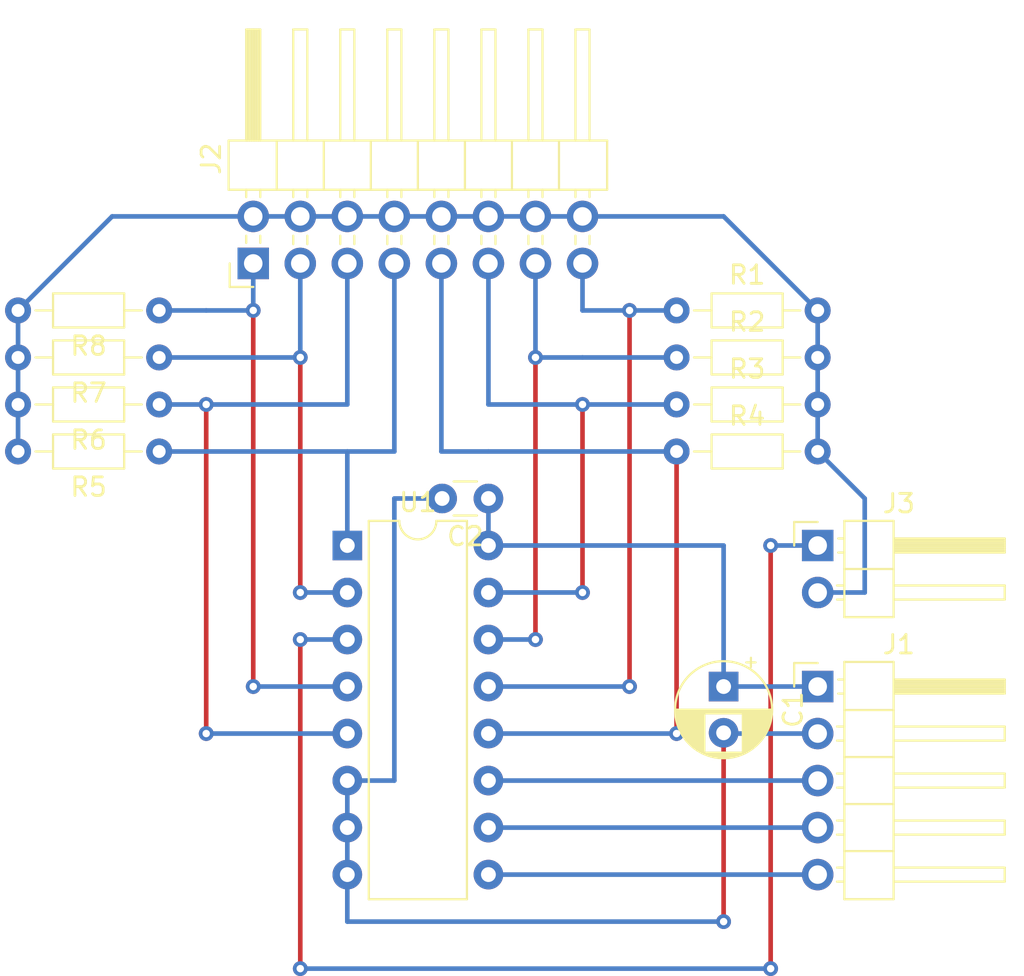
<source format=kicad_pcb>
(kicad_pcb (version 20171130) (host pcbnew 5.1.9-1.fc33)

  (general
    (thickness 1.6)
    (drawings 0)
    (tracks 89)
    (zones 0)
    (modules 14)
    (nets 16)
  )

  (page A4)
  (layers
    (0 F.Cu signal)
    (31 B.Cu signal)
    (32 B.Adhes user)
    (33 F.Adhes user)
    (34 B.Paste user)
    (35 F.Paste user)
    (36 B.SilkS user)
    (37 F.SilkS user)
    (38 B.Mask user)
    (39 F.Mask user)
    (40 Dwgs.User user)
    (41 Cmts.User user)
    (42 Eco1.User user)
    (43 Eco2.User user)
    (44 Edge.Cuts user)
    (45 Margin user)
    (46 B.CrtYd user)
    (47 F.CrtYd user)
    (48 B.Fab user)
    (49 F.Fab user)
  )

  (setup
    (last_trace_width 0.25)
    (trace_clearance 0.2)
    (zone_clearance 0.508)
    (zone_45_only no)
    (trace_min 0.2)
    (via_size 0.8)
    (via_drill 0.4)
    (via_min_size 0.4)
    (via_min_drill 0.3)
    (uvia_size 0.3)
    (uvia_drill 0.1)
    (uvias_allowed no)
    (uvia_min_size 0.2)
    (uvia_min_drill 0.1)
    (edge_width 0.05)
    (segment_width 0.2)
    (pcb_text_width 0.3)
    (pcb_text_size 1.5 1.5)
    (mod_edge_width 0.12)
    (mod_text_size 1 1)
    (mod_text_width 0.15)
    (pad_size 1.524 1.524)
    (pad_drill 0.762)
    (pad_to_mask_clearance 0)
    (aux_axis_origin 0 0)
    (visible_elements FFFFFF7F)
    (pcbplotparams
      (layerselection 0x010fc_ffffffff)
      (usegerberextensions false)
      (usegerberattributes true)
      (usegerberadvancedattributes true)
      (creategerberjobfile true)
      (excludeedgelayer true)
      (linewidth 0.100000)
      (plotframeref false)
      (viasonmask false)
      (mode 1)
      (useauxorigin false)
      (hpglpennumber 1)
      (hpglpenspeed 20)
      (hpglpendiameter 15.000000)
      (psnegative false)
      (psa4output false)
      (plotreference true)
      (plotvalue true)
      (plotinvisibletext false)
      (padsonsilk false)
      (subtractmaskfromsilk false)
      (outputformat 1)
      (mirror false)
      (drillshape 1)
      (scaleselection 1)
      (outputdirectory ""))
  )

  (net 0 "")
  (net 1 VDD)
  (net 2 GND)
  (net 3 "Net-(J1-Pad3)")
  (net 4 "Net-(J1-Pad4)")
  (net 5 "Net-(J1-Pad5)")
  (net 6 "Net-(J2-Pad1)")
  (net 7 "Net-(J2-Pad3)")
  (net 8 "Net-(J2-Pad5)")
  (net 9 "Net-(J2-Pad7)")
  (net 10 "Net-(J2-Pad10)")
  (net 11 "Net-(J3-Pad1)")
  (net 12 "Net-(J2-Pad15)")
  (net 13 "Net-(J2-Pad13)")
  (net 14 "Net-(J2-Pad11)")
  (net 15 "Net-(J2-Pad9)")

  (net_class Default "This is the default net class."
    (clearance 0.2)
    (trace_width 0.25)
    (via_dia 0.8)
    (via_drill 0.4)
    (uvia_dia 0.3)
    (uvia_drill 0.1)
    (add_net GND)
    (add_net "Net-(J1-Pad3)")
    (add_net "Net-(J1-Pad4)")
    (add_net "Net-(J1-Pad5)")
    (add_net "Net-(J2-Pad1)")
    (add_net "Net-(J2-Pad10)")
    (add_net "Net-(J2-Pad11)")
    (add_net "Net-(J2-Pad13)")
    (add_net "Net-(J2-Pad15)")
    (add_net "Net-(J2-Pad3)")
    (add_net "Net-(J2-Pad5)")
    (add_net "Net-(J2-Pad7)")
    (add_net "Net-(J2-Pad9)")
    (add_net "Net-(J3-Pad1)")
    (add_net VDD)
  )

  (module Package_DIP:DIP-16_W7.62mm (layer F.Cu) (tedit 5A02E8C5) (tstamp 602DFB0B)
    (at 116.84 76.2)
    (descr "16-lead though-hole mounted DIP package, row spacing 7.62 mm (300 mils)")
    (tags "THT DIP DIL PDIP 2.54mm 7.62mm 300mil")
    (path /60481B08)
    (fp_text reference U1 (at 3.81 -2.33) (layer F.SilkS)
      (effects (font (size 1 1) (thickness 0.15)))
    )
    (fp_text value 4051 (at 3.81 20.11) (layer F.Fab)
      (effects (font (size 1 1) (thickness 0.15)))
    )
    (fp_line (start 8.7 -1.55) (end -1.1 -1.55) (layer F.CrtYd) (width 0.05))
    (fp_line (start 8.7 19.3) (end 8.7 -1.55) (layer F.CrtYd) (width 0.05))
    (fp_line (start -1.1 19.3) (end 8.7 19.3) (layer F.CrtYd) (width 0.05))
    (fp_line (start -1.1 -1.55) (end -1.1 19.3) (layer F.CrtYd) (width 0.05))
    (fp_line (start 6.46 -1.33) (end 4.81 -1.33) (layer F.SilkS) (width 0.12))
    (fp_line (start 6.46 19.11) (end 6.46 -1.33) (layer F.SilkS) (width 0.12))
    (fp_line (start 1.16 19.11) (end 6.46 19.11) (layer F.SilkS) (width 0.12))
    (fp_line (start 1.16 -1.33) (end 1.16 19.11) (layer F.SilkS) (width 0.12))
    (fp_line (start 2.81 -1.33) (end 1.16 -1.33) (layer F.SilkS) (width 0.12))
    (fp_line (start 0.635 -0.27) (end 1.635 -1.27) (layer F.Fab) (width 0.1))
    (fp_line (start 0.635 19.05) (end 0.635 -0.27) (layer F.Fab) (width 0.1))
    (fp_line (start 6.985 19.05) (end 0.635 19.05) (layer F.Fab) (width 0.1))
    (fp_line (start 6.985 -1.27) (end 6.985 19.05) (layer F.Fab) (width 0.1))
    (fp_line (start 1.635 -1.27) (end 6.985 -1.27) (layer F.Fab) (width 0.1))
    (fp_arc (start 3.81 -1.33) (end 2.81 -1.33) (angle -180) (layer F.SilkS) (width 0.12))
    (fp_text user %R (at 3.81 8.89) (layer F.Fab)
      (effects (font (size 1 1) (thickness 0.15)))
    )
    (pad 1 thru_hole rect (at 0 0) (size 1.6 1.6) (drill 0.8) (layers *.Cu *.Mask)
      (net 9 "Net-(J2-Pad7)"))
    (pad 9 thru_hole oval (at 7.62 17.78) (size 1.6 1.6) (drill 0.8) (layers *.Cu *.Mask)
      (net 5 "Net-(J1-Pad5)"))
    (pad 2 thru_hole oval (at 0 2.54) (size 1.6 1.6) (drill 0.8) (layers *.Cu *.Mask)
      (net 7 "Net-(J2-Pad3)"))
    (pad 10 thru_hole oval (at 7.62 15.24) (size 1.6 1.6) (drill 0.8) (layers *.Cu *.Mask)
      (net 4 "Net-(J1-Pad4)"))
    (pad 3 thru_hole oval (at 0 5.08) (size 1.6 1.6) (drill 0.8) (layers *.Cu *.Mask)
      (net 11 "Net-(J3-Pad1)"))
    (pad 11 thru_hole oval (at 7.62 12.7) (size 1.6 1.6) (drill 0.8) (layers *.Cu *.Mask)
      (net 3 "Net-(J1-Pad3)"))
    (pad 4 thru_hole oval (at 0 7.62) (size 1.6 1.6) (drill 0.8) (layers *.Cu *.Mask)
      (net 6 "Net-(J2-Pad1)"))
    (pad 12 thru_hole oval (at 7.62 10.16) (size 1.6 1.6) (drill 0.8) (layers *.Cu *.Mask)
      (net 15 "Net-(J2-Pad9)"))
    (pad 5 thru_hole oval (at 0 10.16) (size 1.6 1.6) (drill 0.8) (layers *.Cu *.Mask)
      (net 8 "Net-(J2-Pad5)"))
    (pad 13 thru_hole oval (at 7.62 7.62) (size 1.6 1.6) (drill 0.8) (layers *.Cu *.Mask)
      (net 12 "Net-(J2-Pad15)"))
    (pad 6 thru_hole oval (at 0 12.7) (size 1.6 1.6) (drill 0.8) (layers *.Cu *.Mask)
      (net 2 GND))
    (pad 14 thru_hole oval (at 7.62 5.08) (size 1.6 1.6) (drill 0.8) (layers *.Cu *.Mask)
      (net 13 "Net-(J2-Pad13)"))
    (pad 7 thru_hole oval (at 0 15.24) (size 1.6 1.6) (drill 0.8) (layers *.Cu *.Mask)
      (net 2 GND))
    (pad 15 thru_hole oval (at 7.62 2.54) (size 1.6 1.6) (drill 0.8) (layers *.Cu *.Mask)
      (net 14 "Net-(J2-Pad11)"))
    (pad 8 thru_hole oval (at 0 17.78) (size 1.6 1.6) (drill 0.8) (layers *.Cu *.Mask)
      (net 2 GND))
    (pad 16 thru_hole oval (at 7.62 0) (size 1.6 1.6) (drill 0.8) (layers *.Cu *.Mask)
      (net 1 VDD))
    (model ${KISYS3DMOD}/Package_DIP.3dshapes/DIP-16_W7.62mm.wrl
      (at (xyz 0 0 0))
      (scale (xyz 1 1 1))
      (rotate (xyz 0 0 0))
    )
  )

  (module Resistor_THT:R_Axial_DIN0204_L3.6mm_D1.6mm_P7.62mm_Horizontal (layer F.Cu) (tedit 5AE5139B) (tstamp 602E4B40)
    (at 106.68 66.04 180)
    (descr "Resistor, Axial_DIN0204 series, Axial, Horizontal, pin pitch=7.62mm, 0.167W, length*diameter=3.6*1.6mm^2, http://cdn-reichelt.de/documents/datenblatt/B400/1_4W%23YAG.pdf")
    (tags "Resistor Axial_DIN0204 series Axial Horizontal pin pitch 7.62mm 0.167W length 3.6mm diameter 1.6mm")
    (path /604ABA9A)
    (fp_text reference R7 (at 3.81 -1.92) (layer F.SilkS)
      (effects (font (size 1 1) (thickness 0.15)))
    )
    (fp_text value 1Meg (at 3.81 1.92) (layer F.Fab)
      (effects (font (size 1 1) (thickness 0.15)))
    )
    (fp_line (start 8.57 -1.05) (end -0.95 -1.05) (layer F.CrtYd) (width 0.05))
    (fp_line (start 8.57 1.05) (end 8.57 -1.05) (layer F.CrtYd) (width 0.05))
    (fp_line (start -0.95 1.05) (end 8.57 1.05) (layer F.CrtYd) (width 0.05))
    (fp_line (start -0.95 -1.05) (end -0.95 1.05) (layer F.CrtYd) (width 0.05))
    (fp_line (start 6.68 0) (end 5.73 0) (layer F.SilkS) (width 0.12))
    (fp_line (start 0.94 0) (end 1.89 0) (layer F.SilkS) (width 0.12))
    (fp_line (start 5.73 -0.92) (end 1.89 -0.92) (layer F.SilkS) (width 0.12))
    (fp_line (start 5.73 0.92) (end 5.73 -0.92) (layer F.SilkS) (width 0.12))
    (fp_line (start 1.89 0.92) (end 5.73 0.92) (layer F.SilkS) (width 0.12))
    (fp_line (start 1.89 -0.92) (end 1.89 0.92) (layer F.SilkS) (width 0.12))
    (fp_line (start 7.62 0) (end 5.61 0) (layer F.Fab) (width 0.1))
    (fp_line (start 0 0) (end 2.01 0) (layer F.Fab) (width 0.1))
    (fp_line (start 5.61 -0.8) (end 2.01 -0.8) (layer F.Fab) (width 0.1))
    (fp_line (start 5.61 0.8) (end 5.61 -0.8) (layer F.Fab) (width 0.1))
    (fp_line (start 2.01 0.8) (end 5.61 0.8) (layer F.Fab) (width 0.1))
    (fp_line (start 2.01 -0.8) (end 2.01 0.8) (layer F.Fab) (width 0.1))
    (fp_text user %R (at 3.81 0) (layer F.Fab)
      (effects (font (size 0.72 0.72) (thickness 0.108)))
    )
    (pad 1 thru_hole circle (at 0 0 180) (size 1.4 1.4) (drill 0.7) (layers *.Cu *.Mask)
      (net 7 "Net-(J2-Pad3)"))
    (pad 2 thru_hole oval (at 7.62 0 180) (size 1.4 1.4) (drill 0.7) (layers *.Cu *.Mask)
      (net 10 "Net-(J2-Pad10)"))
    (model ${KISYS3DMOD}/Resistor_THT.3dshapes/R_Axial_DIN0204_L3.6mm_D1.6mm_P7.62mm_Horizontal.wrl
      (at (xyz 0 0 0))
      (scale (xyz 1 1 1))
      (rotate (xyz 0 0 0))
    )
  )

  (module Connector_PinHeader_2.54mm:PinHeader_2x08_P2.54mm_Horizontal (layer F.Cu) (tedit 59FED5CB) (tstamp 602DF9FC)
    (at 111.76 60.96 90)
    (descr "Through hole angled pin header, 2x08, 2.54mm pitch, 6mm pin length, double rows")
    (tags "Through hole angled pin header THT 2x08 2.54mm double row")
    (path /602DFCF7)
    (fp_text reference J2 (at 5.655 -2.27 90) (layer F.SilkS)
      (effects (font (size 1 1) (thickness 0.15)))
    )
    (fp_text value Conn_02x08_Odd_Even (at 5.655 20.05 90) (layer F.Fab)
      (effects (font (size 1 1) (thickness 0.15)))
    )
    (fp_text user %R (at 5.31 8.89) (layer F.Fab)
      (effects (font (size 1 1) (thickness 0.15)))
    )
    (fp_line (start 4.675 -1.27) (end 6.58 -1.27) (layer F.Fab) (width 0.1))
    (fp_line (start 6.58 -1.27) (end 6.58 19.05) (layer F.Fab) (width 0.1))
    (fp_line (start 6.58 19.05) (end 4.04 19.05) (layer F.Fab) (width 0.1))
    (fp_line (start 4.04 19.05) (end 4.04 -0.635) (layer F.Fab) (width 0.1))
    (fp_line (start 4.04 -0.635) (end 4.675 -1.27) (layer F.Fab) (width 0.1))
    (fp_line (start -0.32 -0.32) (end 4.04 -0.32) (layer F.Fab) (width 0.1))
    (fp_line (start -0.32 -0.32) (end -0.32 0.32) (layer F.Fab) (width 0.1))
    (fp_line (start -0.32 0.32) (end 4.04 0.32) (layer F.Fab) (width 0.1))
    (fp_line (start 6.58 -0.32) (end 12.58 -0.32) (layer F.Fab) (width 0.1))
    (fp_line (start 12.58 -0.32) (end 12.58 0.32) (layer F.Fab) (width 0.1))
    (fp_line (start 6.58 0.32) (end 12.58 0.32) (layer F.Fab) (width 0.1))
    (fp_line (start -0.32 2.22) (end 4.04 2.22) (layer F.Fab) (width 0.1))
    (fp_line (start -0.32 2.22) (end -0.32 2.86) (layer F.Fab) (width 0.1))
    (fp_line (start -0.32 2.86) (end 4.04 2.86) (layer F.Fab) (width 0.1))
    (fp_line (start 6.58 2.22) (end 12.58 2.22) (layer F.Fab) (width 0.1))
    (fp_line (start 12.58 2.22) (end 12.58 2.86) (layer F.Fab) (width 0.1))
    (fp_line (start 6.58 2.86) (end 12.58 2.86) (layer F.Fab) (width 0.1))
    (fp_line (start -0.32 4.76) (end 4.04 4.76) (layer F.Fab) (width 0.1))
    (fp_line (start -0.32 4.76) (end -0.32 5.4) (layer F.Fab) (width 0.1))
    (fp_line (start -0.32 5.4) (end 4.04 5.4) (layer F.Fab) (width 0.1))
    (fp_line (start 6.58 4.76) (end 12.58 4.76) (layer F.Fab) (width 0.1))
    (fp_line (start 12.58 4.76) (end 12.58 5.4) (layer F.Fab) (width 0.1))
    (fp_line (start 6.58 5.4) (end 12.58 5.4) (layer F.Fab) (width 0.1))
    (fp_line (start -0.32 7.3) (end 4.04 7.3) (layer F.Fab) (width 0.1))
    (fp_line (start -0.32 7.3) (end -0.32 7.94) (layer F.Fab) (width 0.1))
    (fp_line (start -0.32 7.94) (end 4.04 7.94) (layer F.Fab) (width 0.1))
    (fp_line (start 6.58 7.3) (end 12.58 7.3) (layer F.Fab) (width 0.1))
    (fp_line (start 12.58 7.3) (end 12.58 7.94) (layer F.Fab) (width 0.1))
    (fp_line (start 6.58 7.94) (end 12.58 7.94) (layer F.Fab) (width 0.1))
    (fp_line (start -0.32 9.84) (end 4.04 9.84) (layer F.Fab) (width 0.1))
    (fp_line (start -0.32 9.84) (end -0.32 10.48) (layer F.Fab) (width 0.1))
    (fp_line (start -0.32 10.48) (end 4.04 10.48) (layer F.Fab) (width 0.1))
    (fp_line (start 6.58 9.84) (end 12.58 9.84) (layer F.Fab) (width 0.1))
    (fp_line (start 12.58 9.84) (end 12.58 10.48) (layer F.Fab) (width 0.1))
    (fp_line (start 6.58 10.48) (end 12.58 10.48) (layer F.Fab) (width 0.1))
    (fp_line (start -0.32 12.38) (end 4.04 12.38) (layer F.Fab) (width 0.1))
    (fp_line (start -0.32 12.38) (end -0.32 13.02) (layer F.Fab) (width 0.1))
    (fp_line (start -0.32 13.02) (end 4.04 13.02) (layer F.Fab) (width 0.1))
    (fp_line (start 6.58 12.38) (end 12.58 12.38) (layer F.Fab) (width 0.1))
    (fp_line (start 12.58 12.38) (end 12.58 13.02) (layer F.Fab) (width 0.1))
    (fp_line (start 6.58 13.02) (end 12.58 13.02) (layer F.Fab) (width 0.1))
    (fp_line (start -0.32 14.92) (end 4.04 14.92) (layer F.Fab) (width 0.1))
    (fp_line (start -0.32 14.92) (end -0.32 15.56) (layer F.Fab) (width 0.1))
    (fp_line (start -0.32 15.56) (end 4.04 15.56) (layer F.Fab) (width 0.1))
    (fp_line (start 6.58 14.92) (end 12.58 14.92) (layer F.Fab) (width 0.1))
    (fp_line (start 12.58 14.92) (end 12.58 15.56) (layer F.Fab) (width 0.1))
    (fp_line (start 6.58 15.56) (end 12.58 15.56) (layer F.Fab) (width 0.1))
    (fp_line (start -0.32 17.46) (end 4.04 17.46) (layer F.Fab) (width 0.1))
    (fp_line (start -0.32 17.46) (end -0.32 18.1) (layer F.Fab) (width 0.1))
    (fp_line (start -0.32 18.1) (end 4.04 18.1) (layer F.Fab) (width 0.1))
    (fp_line (start 6.58 17.46) (end 12.58 17.46) (layer F.Fab) (width 0.1))
    (fp_line (start 12.58 17.46) (end 12.58 18.1) (layer F.Fab) (width 0.1))
    (fp_line (start 6.58 18.1) (end 12.58 18.1) (layer F.Fab) (width 0.1))
    (fp_line (start 3.98 -1.33) (end 3.98 19.11) (layer F.SilkS) (width 0.12))
    (fp_line (start 3.98 19.11) (end 6.64 19.11) (layer F.SilkS) (width 0.12))
    (fp_line (start 6.64 19.11) (end 6.64 -1.33) (layer F.SilkS) (width 0.12))
    (fp_line (start 6.64 -1.33) (end 3.98 -1.33) (layer F.SilkS) (width 0.12))
    (fp_line (start 6.64 -0.38) (end 12.64 -0.38) (layer F.SilkS) (width 0.12))
    (fp_line (start 12.64 -0.38) (end 12.64 0.38) (layer F.SilkS) (width 0.12))
    (fp_line (start 12.64 0.38) (end 6.64 0.38) (layer F.SilkS) (width 0.12))
    (fp_line (start 6.64 -0.32) (end 12.64 -0.32) (layer F.SilkS) (width 0.12))
    (fp_line (start 6.64 -0.2) (end 12.64 -0.2) (layer F.SilkS) (width 0.12))
    (fp_line (start 6.64 -0.08) (end 12.64 -0.08) (layer F.SilkS) (width 0.12))
    (fp_line (start 6.64 0.04) (end 12.64 0.04) (layer F.SilkS) (width 0.12))
    (fp_line (start 6.64 0.16) (end 12.64 0.16) (layer F.SilkS) (width 0.12))
    (fp_line (start 6.64 0.28) (end 12.64 0.28) (layer F.SilkS) (width 0.12))
    (fp_line (start 3.582929 -0.38) (end 3.98 -0.38) (layer F.SilkS) (width 0.12))
    (fp_line (start 3.582929 0.38) (end 3.98 0.38) (layer F.SilkS) (width 0.12))
    (fp_line (start 1.11 -0.38) (end 1.497071 -0.38) (layer F.SilkS) (width 0.12))
    (fp_line (start 1.11 0.38) (end 1.497071 0.38) (layer F.SilkS) (width 0.12))
    (fp_line (start 3.98 1.27) (end 6.64 1.27) (layer F.SilkS) (width 0.12))
    (fp_line (start 6.64 2.16) (end 12.64 2.16) (layer F.SilkS) (width 0.12))
    (fp_line (start 12.64 2.16) (end 12.64 2.92) (layer F.SilkS) (width 0.12))
    (fp_line (start 12.64 2.92) (end 6.64 2.92) (layer F.SilkS) (width 0.12))
    (fp_line (start 3.582929 2.16) (end 3.98 2.16) (layer F.SilkS) (width 0.12))
    (fp_line (start 3.582929 2.92) (end 3.98 2.92) (layer F.SilkS) (width 0.12))
    (fp_line (start 1.042929 2.16) (end 1.497071 2.16) (layer F.SilkS) (width 0.12))
    (fp_line (start 1.042929 2.92) (end 1.497071 2.92) (layer F.SilkS) (width 0.12))
    (fp_line (start 3.98 3.81) (end 6.64 3.81) (layer F.SilkS) (width 0.12))
    (fp_line (start 6.64 4.7) (end 12.64 4.7) (layer F.SilkS) (width 0.12))
    (fp_line (start 12.64 4.7) (end 12.64 5.46) (layer F.SilkS) (width 0.12))
    (fp_line (start 12.64 5.46) (end 6.64 5.46) (layer F.SilkS) (width 0.12))
    (fp_line (start 3.582929 4.7) (end 3.98 4.7) (layer F.SilkS) (width 0.12))
    (fp_line (start 3.582929 5.46) (end 3.98 5.46) (layer F.SilkS) (width 0.12))
    (fp_line (start 1.042929 4.7) (end 1.497071 4.7) (layer F.SilkS) (width 0.12))
    (fp_line (start 1.042929 5.46) (end 1.497071 5.46) (layer F.SilkS) (width 0.12))
    (fp_line (start 3.98 6.35) (end 6.64 6.35) (layer F.SilkS) (width 0.12))
    (fp_line (start 6.64 7.24) (end 12.64 7.24) (layer F.SilkS) (width 0.12))
    (fp_line (start 12.64 7.24) (end 12.64 8) (layer F.SilkS) (width 0.12))
    (fp_line (start 12.64 8) (end 6.64 8) (layer F.SilkS) (width 0.12))
    (fp_line (start 3.582929 7.24) (end 3.98 7.24) (layer F.SilkS) (width 0.12))
    (fp_line (start 3.582929 8) (end 3.98 8) (layer F.SilkS) (width 0.12))
    (fp_line (start 1.042929 7.24) (end 1.497071 7.24) (layer F.SilkS) (width 0.12))
    (fp_line (start 1.042929 8) (end 1.497071 8) (layer F.SilkS) (width 0.12))
    (fp_line (start 3.98 8.89) (end 6.64 8.89) (layer F.SilkS) (width 0.12))
    (fp_line (start 6.64 9.78) (end 12.64 9.78) (layer F.SilkS) (width 0.12))
    (fp_line (start 12.64 9.78) (end 12.64 10.54) (layer F.SilkS) (width 0.12))
    (fp_line (start 12.64 10.54) (end 6.64 10.54) (layer F.SilkS) (width 0.12))
    (fp_line (start 3.582929 9.78) (end 3.98 9.78) (layer F.SilkS) (width 0.12))
    (fp_line (start 3.582929 10.54) (end 3.98 10.54) (layer F.SilkS) (width 0.12))
    (fp_line (start 1.042929 9.78) (end 1.497071 9.78) (layer F.SilkS) (width 0.12))
    (fp_line (start 1.042929 10.54) (end 1.497071 10.54) (layer F.SilkS) (width 0.12))
    (fp_line (start 3.98 11.43) (end 6.64 11.43) (layer F.SilkS) (width 0.12))
    (fp_line (start 6.64 12.32) (end 12.64 12.32) (layer F.SilkS) (width 0.12))
    (fp_line (start 12.64 12.32) (end 12.64 13.08) (layer F.SilkS) (width 0.12))
    (fp_line (start 12.64 13.08) (end 6.64 13.08) (layer F.SilkS) (width 0.12))
    (fp_line (start 3.582929 12.32) (end 3.98 12.32) (layer F.SilkS) (width 0.12))
    (fp_line (start 3.582929 13.08) (end 3.98 13.08) (layer F.SilkS) (width 0.12))
    (fp_line (start 1.042929 12.32) (end 1.497071 12.32) (layer F.SilkS) (width 0.12))
    (fp_line (start 1.042929 13.08) (end 1.497071 13.08) (layer F.SilkS) (width 0.12))
    (fp_line (start 3.98 13.97) (end 6.64 13.97) (layer F.SilkS) (width 0.12))
    (fp_line (start 6.64 14.86) (end 12.64 14.86) (layer F.SilkS) (width 0.12))
    (fp_line (start 12.64 14.86) (end 12.64 15.62) (layer F.SilkS) (width 0.12))
    (fp_line (start 12.64 15.62) (end 6.64 15.62) (layer F.SilkS) (width 0.12))
    (fp_line (start 3.582929 14.86) (end 3.98 14.86) (layer F.SilkS) (width 0.12))
    (fp_line (start 3.582929 15.62) (end 3.98 15.62) (layer F.SilkS) (width 0.12))
    (fp_line (start 1.042929 14.86) (end 1.497071 14.86) (layer F.SilkS) (width 0.12))
    (fp_line (start 1.042929 15.62) (end 1.497071 15.62) (layer F.SilkS) (width 0.12))
    (fp_line (start 3.98 16.51) (end 6.64 16.51) (layer F.SilkS) (width 0.12))
    (fp_line (start 6.64 17.4) (end 12.64 17.4) (layer F.SilkS) (width 0.12))
    (fp_line (start 12.64 17.4) (end 12.64 18.16) (layer F.SilkS) (width 0.12))
    (fp_line (start 12.64 18.16) (end 6.64 18.16) (layer F.SilkS) (width 0.12))
    (fp_line (start 3.582929 17.4) (end 3.98 17.4) (layer F.SilkS) (width 0.12))
    (fp_line (start 3.582929 18.16) (end 3.98 18.16) (layer F.SilkS) (width 0.12))
    (fp_line (start 1.042929 17.4) (end 1.497071 17.4) (layer F.SilkS) (width 0.12))
    (fp_line (start 1.042929 18.16) (end 1.497071 18.16) (layer F.SilkS) (width 0.12))
    (fp_line (start -1.27 0) (end -1.27 -1.27) (layer F.SilkS) (width 0.12))
    (fp_line (start -1.27 -1.27) (end 0 -1.27) (layer F.SilkS) (width 0.12))
    (fp_line (start -1.8 -1.8) (end -1.8 19.55) (layer F.CrtYd) (width 0.05))
    (fp_line (start -1.8 19.55) (end 13.1 19.55) (layer F.CrtYd) (width 0.05))
    (fp_line (start 13.1 19.55) (end 13.1 -1.8) (layer F.CrtYd) (width 0.05))
    (fp_line (start 13.1 -1.8) (end -1.8 -1.8) (layer F.CrtYd) (width 0.05))
    (pad 16 thru_hole oval (at 2.54 17.78 90) (size 1.7 1.7) (drill 1) (layers *.Cu *.Mask)
      (net 10 "Net-(J2-Pad10)"))
    (pad 15 thru_hole oval (at 0 17.78 90) (size 1.7 1.7) (drill 1) (layers *.Cu *.Mask)
      (net 12 "Net-(J2-Pad15)"))
    (pad 14 thru_hole oval (at 2.54 15.24 90) (size 1.7 1.7) (drill 1) (layers *.Cu *.Mask)
      (net 10 "Net-(J2-Pad10)"))
    (pad 13 thru_hole oval (at 0 15.24 90) (size 1.7 1.7) (drill 1) (layers *.Cu *.Mask)
      (net 13 "Net-(J2-Pad13)"))
    (pad 12 thru_hole oval (at 2.54 12.7 90) (size 1.7 1.7) (drill 1) (layers *.Cu *.Mask)
      (net 10 "Net-(J2-Pad10)"))
    (pad 11 thru_hole oval (at 0 12.7 90) (size 1.7 1.7) (drill 1) (layers *.Cu *.Mask)
      (net 14 "Net-(J2-Pad11)"))
    (pad 10 thru_hole oval (at 2.54 10.16 90) (size 1.7 1.7) (drill 1) (layers *.Cu *.Mask)
      (net 10 "Net-(J2-Pad10)"))
    (pad 9 thru_hole oval (at 0 10.16 90) (size 1.7 1.7) (drill 1) (layers *.Cu *.Mask)
      (net 15 "Net-(J2-Pad9)"))
    (pad 8 thru_hole oval (at 2.54 7.62 90) (size 1.7 1.7) (drill 1) (layers *.Cu *.Mask)
      (net 10 "Net-(J2-Pad10)"))
    (pad 7 thru_hole oval (at 0 7.62 90) (size 1.7 1.7) (drill 1) (layers *.Cu *.Mask)
      (net 9 "Net-(J2-Pad7)"))
    (pad 6 thru_hole oval (at 2.54 5.08 90) (size 1.7 1.7) (drill 1) (layers *.Cu *.Mask)
      (net 10 "Net-(J2-Pad10)"))
    (pad 5 thru_hole oval (at 0 5.08 90) (size 1.7 1.7) (drill 1) (layers *.Cu *.Mask)
      (net 8 "Net-(J2-Pad5)"))
    (pad 4 thru_hole oval (at 2.54 2.54 90) (size 1.7 1.7) (drill 1) (layers *.Cu *.Mask)
      (net 10 "Net-(J2-Pad10)"))
    (pad 3 thru_hole oval (at 0 2.54 90) (size 1.7 1.7) (drill 1) (layers *.Cu *.Mask)
      (net 7 "Net-(J2-Pad3)"))
    (pad 2 thru_hole oval (at 2.54 0 90) (size 1.7 1.7) (drill 1) (layers *.Cu *.Mask)
      (net 10 "Net-(J2-Pad10)"))
    (pad 1 thru_hole rect (at 0 0 90) (size 1.7 1.7) (drill 1) (layers *.Cu *.Mask)
      (net 6 "Net-(J2-Pad1)"))
    (model ${KISYS3DMOD}/Connector_PinHeader_2.54mm.3dshapes/PinHeader_2x08_P2.54mm_Horizontal.wrl
      (at (xyz 0 0 0))
      (scale (xyz 1 1 1))
      (rotate (xyz 0 0 0))
    )
  )

  (module Resistor_THT:R_Axial_DIN0204_L3.6mm_D1.6mm_P7.62mm_Horizontal (layer F.Cu) (tedit 5AE5139B) (tstamp 602E3FA4)
    (at 134.62 63.5)
    (descr "Resistor, Axial_DIN0204 series, Axial, Horizontal, pin pitch=7.62mm, 0.167W, length*diameter=3.6*1.6mm^2, http://cdn-reichelt.de/documents/datenblatt/B400/1_4W%23YAG.pdf")
    (tags "Resistor Axial_DIN0204 series Axial Horizontal pin pitch 7.62mm 0.167W length 3.6mm diameter 1.6mm")
    (path /604A613D)
    (fp_text reference R1 (at 3.81 -1.92) (layer F.SilkS)
      (effects (font (size 1 1) (thickness 0.15)))
    )
    (fp_text value 1Meg (at 3.81 1.92) (layer F.Fab)
      (effects (font (size 1 1) (thickness 0.15)))
    )
    (fp_line (start 8.57 -1.05) (end -0.95 -1.05) (layer F.CrtYd) (width 0.05))
    (fp_line (start 8.57 1.05) (end 8.57 -1.05) (layer F.CrtYd) (width 0.05))
    (fp_line (start -0.95 1.05) (end 8.57 1.05) (layer F.CrtYd) (width 0.05))
    (fp_line (start -0.95 -1.05) (end -0.95 1.05) (layer F.CrtYd) (width 0.05))
    (fp_line (start 6.68 0) (end 5.73 0) (layer F.SilkS) (width 0.12))
    (fp_line (start 0.94 0) (end 1.89 0) (layer F.SilkS) (width 0.12))
    (fp_line (start 5.73 -0.92) (end 1.89 -0.92) (layer F.SilkS) (width 0.12))
    (fp_line (start 5.73 0.92) (end 5.73 -0.92) (layer F.SilkS) (width 0.12))
    (fp_line (start 1.89 0.92) (end 5.73 0.92) (layer F.SilkS) (width 0.12))
    (fp_line (start 1.89 -0.92) (end 1.89 0.92) (layer F.SilkS) (width 0.12))
    (fp_line (start 7.62 0) (end 5.61 0) (layer F.Fab) (width 0.1))
    (fp_line (start 0 0) (end 2.01 0) (layer F.Fab) (width 0.1))
    (fp_line (start 5.61 -0.8) (end 2.01 -0.8) (layer F.Fab) (width 0.1))
    (fp_line (start 5.61 0.8) (end 5.61 -0.8) (layer F.Fab) (width 0.1))
    (fp_line (start 2.01 0.8) (end 5.61 0.8) (layer F.Fab) (width 0.1))
    (fp_line (start 2.01 -0.8) (end 2.01 0.8) (layer F.Fab) (width 0.1))
    (fp_text user %R (at 3.81 0) (layer F.Fab)
      (effects (font (size 0.72 0.72) (thickness 0.108)))
    )
    (pad 1 thru_hole circle (at 0 0) (size 1.4 1.4) (drill 0.7) (layers *.Cu *.Mask)
      (net 12 "Net-(J2-Pad15)"))
    (pad 2 thru_hole oval (at 7.62 0) (size 1.4 1.4) (drill 0.7) (layers *.Cu *.Mask)
      (net 10 "Net-(J2-Pad10)"))
    (model ${KISYS3DMOD}/Resistor_THT.3dshapes/R_Axial_DIN0204_L3.6mm_D1.6mm_P7.62mm_Horizontal.wrl
      (at (xyz 0 0 0))
      (scale (xyz 1 1 1))
      (rotate (xyz 0 0 0))
    )
  )

  (module Resistor_THT:R_Axial_DIN0204_L3.6mm_D1.6mm_P7.62mm_Horizontal (layer F.Cu) (tedit 5AE5139B) (tstamp 602E3F62)
    (at 134.62 71.12)
    (descr "Resistor, Axial_DIN0204 series, Axial, Horizontal, pin pitch=7.62mm, 0.167W, length*diameter=3.6*1.6mm^2, http://cdn-reichelt.de/documents/datenblatt/B400/1_4W%23YAG.pdf")
    (tags "Resistor Axial_DIN0204 series Axial Horizontal pin pitch 7.62mm 0.167W length 3.6mm diameter 1.6mm")
    (path /604AB14B)
    (fp_text reference R4 (at 3.81 -1.92) (layer F.SilkS)
      (effects (font (size 1 1) (thickness 0.15)))
    )
    (fp_text value 1Meg (at 3.81 1.92) (layer F.Fab)
      (effects (font (size 1 1) (thickness 0.15)))
    )
    (fp_text user %R (at 3.81 0) (layer F.Fab)
      (effects (font (size 0.72 0.72) (thickness 0.108)))
    )
    (fp_line (start 2.01 -0.8) (end 2.01 0.8) (layer F.Fab) (width 0.1))
    (fp_line (start 2.01 0.8) (end 5.61 0.8) (layer F.Fab) (width 0.1))
    (fp_line (start 5.61 0.8) (end 5.61 -0.8) (layer F.Fab) (width 0.1))
    (fp_line (start 5.61 -0.8) (end 2.01 -0.8) (layer F.Fab) (width 0.1))
    (fp_line (start 0 0) (end 2.01 0) (layer F.Fab) (width 0.1))
    (fp_line (start 7.62 0) (end 5.61 0) (layer F.Fab) (width 0.1))
    (fp_line (start 1.89 -0.92) (end 1.89 0.92) (layer F.SilkS) (width 0.12))
    (fp_line (start 1.89 0.92) (end 5.73 0.92) (layer F.SilkS) (width 0.12))
    (fp_line (start 5.73 0.92) (end 5.73 -0.92) (layer F.SilkS) (width 0.12))
    (fp_line (start 5.73 -0.92) (end 1.89 -0.92) (layer F.SilkS) (width 0.12))
    (fp_line (start 0.94 0) (end 1.89 0) (layer F.SilkS) (width 0.12))
    (fp_line (start 6.68 0) (end 5.73 0) (layer F.SilkS) (width 0.12))
    (fp_line (start -0.95 -1.05) (end -0.95 1.05) (layer F.CrtYd) (width 0.05))
    (fp_line (start -0.95 1.05) (end 8.57 1.05) (layer F.CrtYd) (width 0.05))
    (fp_line (start 8.57 1.05) (end 8.57 -1.05) (layer F.CrtYd) (width 0.05))
    (fp_line (start 8.57 -1.05) (end -0.95 -1.05) (layer F.CrtYd) (width 0.05))
    (pad 2 thru_hole oval (at 7.62 0) (size 1.4 1.4) (drill 0.7) (layers *.Cu *.Mask)
      (net 10 "Net-(J2-Pad10)"))
    (pad 1 thru_hole circle (at 0 0) (size 1.4 1.4) (drill 0.7) (layers *.Cu *.Mask)
      (net 15 "Net-(J2-Pad9)"))
    (model ${KISYS3DMOD}/Resistor_THT.3dshapes/R_Axial_DIN0204_L3.6mm_D1.6mm_P7.62mm_Horizontal.wrl
      (at (xyz 0 0 0))
      (scale (xyz 1 1 1))
      (rotate (xyz 0 0 0))
    )
  )

  (module Resistor_THT:R_Axial_DIN0204_L3.6mm_D1.6mm_P7.62mm_Horizontal (layer F.Cu) (tedit 5AE5139B) (tstamp 602E7762)
    (at 134.62 66.04)
    (descr "Resistor, Axial_DIN0204 series, Axial, Horizontal, pin pitch=7.62mm, 0.167W, length*diameter=3.6*1.6mm^2, http://cdn-reichelt.de/documents/datenblatt/B400/1_4W%23YAG.pdf")
    (tags "Resistor Axial_DIN0204 series Axial Horizontal pin pitch 7.62mm 0.167W length 3.6mm diameter 1.6mm")
    (path /604AAB33)
    (fp_text reference R2 (at 3.81 -1.92) (layer F.SilkS)
      (effects (font (size 1 1) (thickness 0.15)))
    )
    (fp_text value 1Meg (at 3.81 1.92) (layer F.Fab)
      (effects (font (size 1 1) (thickness 0.15)))
    )
    (fp_text user %R (at 3.81 0) (layer F.Fab)
      (effects (font (size 0.72 0.72) (thickness 0.108)))
    )
    (fp_line (start 2.01 -0.8) (end 2.01 0.8) (layer F.Fab) (width 0.1))
    (fp_line (start 2.01 0.8) (end 5.61 0.8) (layer F.Fab) (width 0.1))
    (fp_line (start 5.61 0.8) (end 5.61 -0.8) (layer F.Fab) (width 0.1))
    (fp_line (start 5.61 -0.8) (end 2.01 -0.8) (layer F.Fab) (width 0.1))
    (fp_line (start 0 0) (end 2.01 0) (layer F.Fab) (width 0.1))
    (fp_line (start 7.62 0) (end 5.61 0) (layer F.Fab) (width 0.1))
    (fp_line (start 1.89 -0.92) (end 1.89 0.92) (layer F.SilkS) (width 0.12))
    (fp_line (start 1.89 0.92) (end 5.73 0.92) (layer F.SilkS) (width 0.12))
    (fp_line (start 5.73 0.92) (end 5.73 -0.92) (layer F.SilkS) (width 0.12))
    (fp_line (start 5.73 -0.92) (end 1.89 -0.92) (layer F.SilkS) (width 0.12))
    (fp_line (start 0.94 0) (end 1.89 0) (layer F.SilkS) (width 0.12))
    (fp_line (start 6.68 0) (end 5.73 0) (layer F.SilkS) (width 0.12))
    (fp_line (start -0.95 -1.05) (end -0.95 1.05) (layer F.CrtYd) (width 0.05))
    (fp_line (start -0.95 1.05) (end 8.57 1.05) (layer F.CrtYd) (width 0.05))
    (fp_line (start 8.57 1.05) (end 8.57 -1.05) (layer F.CrtYd) (width 0.05))
    (fp_line (start 8.57 -1.05) (end -0.95 -1.05) (layer F.CrtYd) (width 0.05))
    (pad 2 thru_hole oval (at 7.62 0) (size 1.4 1.4) (drill 0.7) (layers *.Cu *.Mask)
      (net 10 "Net-(J2-Pad10)"))
    (pad 1 thru_hole circle (at 0 0) (size 1.4 1.4) (drill 0.7) (layers *.Cu *.Mask)
      (net 13 "Net-(J2-Pad13)"))
    (model ${KISYS3DMOD}/Resistor_THT.3dshapes/R_Axial_DIN0204_L3.6mm_D1.6mm_P7.62mm_Horizontal.wrl
      (at (xyz 0 0 0))
      (scale (xyz 1 1 1))
      (rotate (xyz 0 0 0))
    )
  )

  (module Resistor_THT:R_Axial_DIN0204_L3.6mm_D1.6mm_P7.62mm_Horizontal (layer F.Cu) (tedit 5AE5139B) (tstamp 602E76F2)
    (at 106.68 63.5 180)
    (descr "Resistor, Axial_DIN0204 series, Axial, Horizontal, pin pitch=7.62mm, 0.167W, length*diameter=3.6*1.6mm^2, http://cdn-reichelt.de/documents/datenblatt/B400/1_4W%23YAG.pdf")
    (tags "Resistor Axial_DIN0204 series Axial Horizontal pin pitch 7.62mm 0.167W length 3.6mm diameter 1.6mm")
    (path /604C328B)
    (fp_text reference R8 (at 3.81 -1.92) (layer F.SilkS)
      (effects (font (size 1 1) (thickness 0.15)))
    )
    (fp_text value 1Meg (at 3.81 1.92) (layer F.Fab)
      (effects (font (size 1 1) (thickness 0.15)))
    )
    (fp_text user %R (at 3.81 0 180) (layer F.Fab)
      (effects (font (size 0.72 0.72) (thickness 0.108)))
    )
    (fp_line (start 2.01 -0.8) (end 2.01 0.8) (layer F.Fab) (width 0.1))
    (fp_line (start 2.01 0.8) (end 5.61 0.8) (layer F.Fab) (width 0.1))
    (fp_line (start 5.61 0.8) (end 5.61 -0.8) (layer F.Fab) (width 0.1))
    (fp_line (start 5.61 -0.8) (end 2.01 -0.8) (layer F.Fab) (width 0.1))
    (fp_line (start 0 0) (end 2.01 0) (layer F.Fab) (width 0.1))
    (fp_line (start 7.62 0) (end 5.61 0) (layer F.Fab) (width 0.1))
    (fp_line (start 1.89 -0.92) (end 1.89 0.92) (layer F.SilkS) (width 0.12))
    (fp_line (start 1.89 0.92) (end 5.73 0.92) (layer F.SilkS) (width 0.12))
    (fp_line (start 5.73 0.92) (end 5.73 -0.92) (layer F.SilkS) (width 0.12))
    (fp_line (start 5.73 -0.92) (end 1.89 -0.92) (layer F.SilkS) (width 0.12))
    (fp_line (start 0.94 0) (end 1.89 0) (layer F.SilkS) (width 0.12))
    (fp_line (start 6.68 0) (end 5.73 0) (layer F.SilkS) (width 0.12))
    (fp_line (start -0.95 -1.05) (end -0.95 1.05) (layer F.CrtYd) (width 0.05))
    (fp_line (start -0.95 1.05) (end 8.57 1.05) (layer F.CrtYd) (width 0.05))
    (fp_line (start 8.57 1.05) (end 8.57 -1.05) (layer F.CrtYd) (width 0.05))
    (fp_line (start 8.57 -1.05) (end -0.95 -1.05) (layer F.CrtYd) (width 0.05))
    (pad 2 thru_hole oval (at 7.62 0 180) (size 1.4 1.4) (drill 0.7) (layers *.Cu *.Mask)
      (net 10 "Net-(J2-Pad10)"))
    (pad 1 thru_hole circle (at 0 0 180) (size 1.4 1.4) (drill 0.7) (layers *.Cu *.Mask)
      (net 6 "Net-(J2-Pad1)"))
    (model ${KISYS3DMOD}/Resistor_THT.3dshapes/R_Axial_DIN0204_L3.6mm_D1.6mm_P7.62mm_Horizontal.wrl
      (at (xyz 0 0 0))
      (scale (xyz 1 1 1))
      (rotate (xyz 0 0 0))
    )
  )

  (module Resistor_THT:R_Axial_DIN0204_L3.6mm_D1.6mm_P7.62mm_Horizontal (layer F.Cu) (tedit 5AE5139B) (tstamp 602E77E9)
    (at 134.62 68.58)
    (descr "Resistor, Axial_DIN0204 series, Axial, Horizontal, pin pitch=7.62mm, 0.167W, length*diameter=3.6*1.6mm^2, http://cdn-reichelt.de/documents/datenblatt/B400/1_4W%23YAG.pdf")
    (tags "Resistor Axial_DIN0204 series Axial Horizontal pin pitch 7.62mm 0.167W length 3.6mm diameter 1.6mm")
    (path /604AAE48)
    (fp_text reference R3 (at 3.81 -1.92) (layer F.SilkS)
      (effects (font (size 1 1) (thickness 0.15)))
    )
    (fp_text value 1Meg (at 3.81 1.92) (layer F.Fab)
      (effects (font (size 1 1) (thickness 0.15)))
    )
    (fp_line (start 8.57 -1.05) (end -0.95 -1.05) (layer F.CrtYd) (width 0.05))
    (fp_line (start 8.57 1.05) (end 8.57 -1.05) (layer F.CrtYd) (width 0.05))
    (fp_line (start -0.95 1.05) (end 8.57 1.05) (layer F.CrtYd) (width 0.05))
    (fp_line (start -0.95 -1.05) (end -0.95 1.05) (layer F.CrtYd) (width 0.05))
    (fp_line (start 6.68 0) (end 5.73 0) (layer F.SilkS) (width 0.12))
    (fp_line (start 0.94 0) (end 1.89 0) (layer F.SilkS) (width 0.12))
    (fp_line (start 5.73 -0.92) (end 1.89 -0.92) (layer F.SilkS) (width 0.12))
    (fp_line (start 5.73 0.92) (end 5.73 -0.92) (layer F.SilkS) (width 0.12))
    (fp_line (start 1.89 0.92) (end 5.73 0.92) (layer F.SilkS) (width 0.12))
    (fp_line (start 1.89 -0.92) (end 1.89 0.92) (layer F.SilkS) (width 0.12))
    (fp_line (start 7.62 0) (end 5.61 0) (layer F.Fab) (width 0.1))
    (fp_line (start 0 0) (end 2.01 0) (layer F.Fab) (width 0.1))
    (fp_line (start 5.61 -0.8) (end 2.01 -0.8) (layer F.Fab) (width 0.1))
    (fp_line (start 5.61 0.8) (end 5.61 -0.8) (layer F.Fab) (width 0.1))
    (fp_line (start 2.01 0.8) (end 5.61 0.8) (layer F.Fab) (width 0.1))
    (fp_line (start 2.01 -0.8) (end 2.01 0.8) (layer F.Fab) (width 0.1))
    (fp_text user %R (at 3.81 0 180) (layer F.Fab)
      (effects (font (size 0.72 0.72) (thickness 0.108)))
    )
    (pad 1 thru_hole circle (at 0 0) (size 1.4 1.4) (drill 0.7) (layers *.Cu *.Mask)
      (net 14 "Net-(J2-Pad11)"))
    (pad 2 thru_hole oval (at 7.62 0) (size 1.4 1.4) (drill 0.7) (layers *.Cu *.Mask)
      (net 10 "Net-(J2-Pad10)"))
    (model ${KISYS3DMOD}/Resistor_THT.3dshapes/R_Axial_DIN0204_L3.6mm_D1.6mm_P7.62mm_Horizontal.wrl
      (at (xyz 0 0 0))
      (scale (xyz 1 1 1))
      (rotate (xyz 0 0 0))
    )
  )

  (module Resistor_THT:R_Axial_DIN0204_L3.6mm_D1.6mm_P7.62mm_Horizontal (layer F.Cu) (tedit 5AE5139B) (tstamp 602E4AB9)
    (at 106.68 68.58 180)
    (descr "Resistor, Axial_DIN0204 series, Axial, Horizontal, pin pitch=7.62mm, 0.167W, length*diameter=3.6*1.6mm^2, http://cdn-reichelt.de/documents/datenblatt/B400/1_4W%23YAG.pdf")
    (tags "Resistor Axial_DIN0204 series Axial Horizontal pin pitch 7.62mm 0.167W length 3.6mm diameter 1.6mm")
    (path /604AB730)
    (fp_text reference R6 (at 3.81 -1.92) (layer F.SilkS)
      (effects (font (size 1 1) (thickness 0.15)))
    )
    (fp_text value 1Meg (at 3.81 1.92) (layer F.Fab)
      (effects (font (size 1 1) (thickness 0.15)))
    )
    (fp_text user %R (at 3.81 0) (layer F.Fab)
      (effects (font (size 0.72 0.72) (thickness 0.108)))
    )
    (fp_line (start 2.01 -0.8) (end 2.01 0.8) (layer F.Fab) (width 0.1))
    (fp_line (start 2.01 0.8) (end 5.61 0.8) (layer F.Fab) (width 0.1))
    (fp_line (start 5.61 0.8) (end 5.61 -0.8) (layer F.Fab) (width 0.1))
    (fp_line (start 5.61 -0.8) (end 2.01 -0.8) (layer F.Fab) (width 0.1))
    (fp_line (start 0 0) (end 2.01 0) (layer F.Fab) (width 0.1))
    (fp_line (start 7.62 0) (end 5.61 0) (layer F.Fab) (width 0.1))
    (fp_line (start 1.89 -0.92) (end 1.89 0.92) (layer F.SilkS) (width 0.12))
    (fp_line (start 1.89 0.92) (end 5.73 0.92) (layer F.SilkS) (width 0.12))
    (fp_line (start 5.73 0.92) (end 5.73 -0.92) (layer F.SilkS) (width 0.12))
    (fp_line (start 5.73 -0.92) (end 1.89 -0.92) (layer F.SilkS) (width 0.12))
    (fp_line (start 0.94 0) (end 1.89 0) (layer F.SilkS) (width 0.12))
    (fp_line (start 6.68 0) (end 5.73 0) (layer F.SilkS) (width 0.12))
    (fp_line (start -0.95 -1.05) (end -0.95 1.05) (layer F.CrtYd) (width 0.05))
    (fp_line (start -0.95 1.05) (end 8.57 1.05) (layer F.CrtYd) (width 0.05))
    (fp_line (start 8.57 1.05) (end 8.57 -1.05) (layer F.CrtYd) (width 0.05))
    (fp_line (start 8.57 -1.05) (end -0.95 -1.05) (layer F.CrtYd) (width 0.05))
    (pad 2 thru_hole oval (at 7.62 0 180) (size 1.4 1.4) (drill 0.7) (layers *.Cu *.Mask)
      (net 10 "Net-(J2-Pad10)"))
    (pad 1 thru_hole circle (at 0 0 180) (size 1.4 1.4) (drill 0.7) (layers *.Cu *.Mask)
      (net 8 "Net-(J2-Pad5)"))
    (model ${KISYS3DMOD}/Resistor_THT.3dshapes/R_Axial_DIN0204_L3.6mm_D1.6mm_P7.62mm_Horizontal.wrl
      (at (xyz 0 0 0))
      (scale (xyz 1 1 1))
      (rotate (xyz 0 0 0))
    )
  )

  (module Resistor_THT:R_Axial_DIN0204_L3.6mm_D1.6mm_P7.62mm_Horizontal (layer F.Cu) (tedit 5AE5139B) (tstamp 602E78F7)
    (at 106.68 71.12 180)
    (descr "Resistor, Axial_DIN0204 series, Axial, Horizontal, pin pitch=7.62mm, 0.167W, length*diameter=3.6*1.6mm^2, http://cdn-reichelt.de/documents/datenblatt/B400/1_4W%23YAG.pdf")
    (tags "Resistor Axial_DIN0204 series Axial Horizontal pin pitch 7.62mm 0.167W length 3.6mm diameter 1.6mm")
    (path /604AB466)
    (fp_text reference R5 (at 3.81 -1.92) (layer F.SilkS)
      (effects (font (size 1 1) (thickness 0.15)))
    )
    (fp_text value 1Meg (at 3.81 1.92) (layer F.Fab)
      (effects (font (size 1 1) (thickness 0.15)))
    )
    (fp_line (start 8.57 -1.05) (end -0.95 -1.05) (layer F.CrtYd) (width 0.05))
    (fp_line (start 8.57 1.05) (end 8.57 -1.05) (layer F.CrtYd) (width 0.05))
    (fp_line (start -0.95 1.05) (end 8.57 1.05) (layer F.CrtYd) (width 0.05))
    (fp_line (start -0.95 -1.05) (end -0.95 1.05) (layer F.CrtYd) (width 0.05))
    (fp_line (start 6.68 0) (end 5.73 0) (layer F.SilkS) (width 0.12))
    (fp_line (start 0.94 0) (end 1.89 0) (layer F.SilkS) (width 0.12))
    (fp_line (start 5.73 -0.92) (end 1.89 -0.92) (layer F.SilkS) (width 0.12))
    (fp_line (start 5.73 0.92) (end 5.73 -0.92) (layer F.SilkS) (width 0.12))
    (fp_line (start 1.89 0.92) (end 5.73 0.92) (layer F.SilkS) (width 0.12))
    (fp_line (start 1.89 -0.92) (end 1.89 0.92) (layer F.SilkS) (width 0.12))
    (fp_line (start 7.62 0) (end 5.61 0) (layer F.Fab) (width 0.1))
    (fp_line (start 0 0) (end 2.01 0) (layer F.Fab) (width 0.1))
    (fp_line (start 5.61 -0.8) (end 2.01 -0.8) (layer F.Fab) (width 0.1))
    (fp_line (start 5.61 0.8) (end 5.61 -0.8) (layer F.Fab) (width 0.1))
    (fp_line (start 2.01 0.8) (end 5.61 0.8) (layer F.Fab) (width 0.1))
    (fp_line (start 2.01 -0.8) (end 2.01 0.8) (layer F.Fab) (width 0.1))
    (fp_text user %R (at 3.81 0) (layer F.Fab)
      (effects (font (size 0.72 0.72) (thickness 0.108)))
    )
    (pad 1 thru_hole circle (at 0 0 180) (size 1.4 1.4) (drill 0.7) (layers *.Cu *.Mask)
      (net 9 "Net-(J2-Pad7)"))
    (pad 2 thru_hole oval (at 7.62 0 180) (size 1.4 1.4) (drill 0.7) (layers *.Cu *.Mask)
      (net 10 "Net-(J2-Pad10)"))
    (model ${KISYS3DMOD}/Resistor_THT.3dshapes/R_Axial_DIN0204_L3.6mm_D1.6mm_P7.62mm_Horizontal.wrl
      (at (xyz 0 0 0))
      (scale (xyz 1 1 1))
      (rotate (xyz 0 0 0))
    )
  )

  (module Capacitor_THT:CP_Radial_D5.0mm_P2.50mm (layer F.Cu) (tedit 5AE50EF0) (tstamp 602DF878)
    (at 137.16 83.82 270)
    (descr "CP, Radial series, Radial, pin pitch=2.50mm, , diameter=5mm, Electrolytic Capacitor")
    (tags "CP Radial series Radial pin pitch 2.50mm  diameter 5mm Electrolytic Capacitor")
    (path /604885C4)
    (fp_text reference C1 (at 1.25 -3.75 90) (layer F.SilkS)
      (effects (font (size 1 1) (thickness 0.15)))
    )
    (fp_text value 10u (at 1.25 3.75 90) (layer F.Fab)
      (effects (font (size 1 1) (thickness 0.15)))
    )
    (fp_line (start -1.304775 -1.725) (end -1.304775 -1.225) (layer F.SilkS) (width 0.12))
    (fp_line (start -1.554775 -1.475) (end -1.054775 -1.475) (layer F.SilkS) (width 0.12))
    (fp_line (start 3.851 -0.284) (end 3.851 0.284) (layer F.SilkS) (width 0.12))
    (fp_line (start 3.811 -0.518) (end 3.811 0.518) (layer F.SilkS) (width 0.12))
    (fp_line (start 3.771 -0.677) (end 3.771 0.677) (layer F.SilkS) (width 0.12))
    (fp_line (start 3.731 -0.805) (end 3.731 0.805) (layer F.SilkS) (width 0.12))
    (fp_line (start 3.691 -0.915) (end 3.691 0.915) (layer F.SilkS) (width 0.12))
    (fp_line (start 3.651 -1.011) (end 3.651 1.011) (layer F.SilkS) (width 0.12))
    (fp_line (start 3.611 -1.098) (end 3.611 1.098) (layer F.SilkS) (width 0.12))
    (fp_line (start 3.571 -1.178) (end 3.571 1.178) (layer F.SilkS) (width 0.12))
    (fp_line (start 3.531 1.04) (end 3.531 1.251) (layer F.SilkS) (width 0.12))
    (fp_line (start 3.531 -1.251) (end 3.531 -1.04) (layer F.SilkS) (width 0.12))
    (fp_line (start 3.491 1.04) (end 3.491 1.319) (layer F.SilkS) (width 0.12))
    (fp_line (start 3.491 -1.319) (end 3.491 -1.04) (layer F.SilkS) (width 0.12))
    (fp_line (start 3.451 1.04) (end 3.451 1.383) (layer F.SilkS) (width 0.12))
    (fp_line (start 3.451 -1.383) (end 3.451 -1.04) (layer F.SilkS) (width 0.12))
    (fp_line (start 3.411 1.04) (end 3.411 1.443) (layer F.SilkS) (width 0.12))
    (fp_line (start 3.411 -1.443) (end 3.411 -1.04) (layer F.SilkS) (width 0.12))
    (fp_line (start 3.371 1.04) (end 3.371 1.5) (layer F.SilkS) (width 0.12))
    (fp_line (start 3.371 -1.5) (end 3.371 -1.04) (layer F.SilkS) (width 0.12))
    (fp_line (start 3.331 1.04) (end 3.331 1.554) (layer F.SilkS) (width 0.12))
    (fp_line (start 3.331 -1.554) (end 3.331 -1.04) (layer F.SilkS) (width 0.12))
    (fp_line (start 3.291 1.04) (end 3.291 1.605) (layer F.SilkS) (width 0.12))
    (fp_line (start 3.291 -1.605) (end 3.291 -1.04) (layer F.SilkS) (width 0.12))
    (fp_line (start 3.251 1.04) (end 3.251 1.653) (layer F.SilkS) (width 0.12))
    (fp_line (start 3.251 -1.653) (end 3.251 -1.04) (layer F.SilkS) (width 0.12))
    (fp_line (start 3.211 1.04) (end 3.211 1.699) (layer F.SilkS) (width 0.12))
    (fp_line (start 3.211 -1.699) (end 3.211 -1.04) (layer F.SilkS) (width 0.12))
    (fp_line (start 3.171 1.04) (end 3.171 1.743) (layer F.SilkS) (width 0.12))
    (fp_line (start 3.171 -1.743) (end 3.171 -1.04) (layer F.SilkS) (width 0.12))
    (fp_line (start 3.131 1.04) (end 3.131 1.785) (layer F.SilkS) (width 0.12))
    (fp_line (start 3.131 -1.785) (end 3.131 -1.04) (layer F.SilkS) (width 0.12))
    (fp_line (start 3.091 1.04) (end 3.091 1.826) (layer F.SilkS) (width 0.12))
    (fp_line (start 3.091 -1.826) (end 3.091 -1.04) (layer F.SilkS) (width 0.12))
    (fp_line (start 3.051 1.04) (end 3.051 1.864) (layer F.SilkS) (width 0.12))
    (fp_line (start 3.051 -1.864) (end 3.051 -1.04) (layer F.SilkS) (width 0.12))
    (fp_line (start 3.011 1.04) (end 3.011 1.901) (layer F.SilkS) (width 0.12))
    (fp_line (start 3.011 -1.901) (end 3.011 -1.04) (layer F.SilkS) (width 0.12))
    (fp_line (start 2.971 1.04) (end 2.971 1.937) (layer F.SilkS) (width 0.12))
    (fp_line (start 2.971 -1.937) (end 2.971 -1.04) (layer F.SilkS) (width 0.12))
    (fp_line (start 2.931 1.04) (end 2.931 1.971) (layer F.SilkS) (width 0.12))
    (fp_line (start 2.931 -1.971) (end 2.931 -1.04) (layer F.SilkS) (width 0.12))
    (fp_line (start 2.891 1.04) (end 2.891 2.004) (layer F.SilkS) (width 0.12))
    (fp_line (start 2.891 -2.004) (end 2.891 -1.04) (layer F.SilkS) (width 0.12))
    (fp_line (start 2.851 1.04) (end 2.851 2.035) (layer F.SilkS) (width 0.12))
    (fp_line (start 2.851 -2.035) (end 2.851 -1.04) (layer F.SilkS) (width 0.12))
    (fp_line (start 2.811 1.04) (end 2.811 2.065) (layer F.SilkS) (width 0.12))
    (fp_line (start 2.811 -2.065) (end 2.811 -1.04) (layer F.SilkS) (width 0.12))
    (fp_line (start 2.771 1.04) (end 2.771 2.095) (layer F.SilkS) (width 0.12))
    (fp_line (start 2.771 -2.095) (end 2.771 -1.04) (layer F.SilkS) (width 0.12))
    (fp_line (start 2.731 1.04) (end 2.731 2.122) (layer F.SilkS) (width 0.12))
    (fp_line (start 2.731 -2.122) (end 2.731 -1.04) (layer F.SilkS) (width 0.12))
    (fp_line (start 2.691 1.04) (end 2.691 2.149) (layer F.SilkS) (width 0.12))
    (fp_line (start 2.691 -2.149) (end 2.691 -1.04) (layer F.SilkS) (width 0.12))
    (fp_line (start 2.651 1.04) (end 2.651 2.175) (layer F.SilkS) (width 0.12))
    (fp_line (start 2.651 -2.175) (end 2.651 -1.04) (layer F.SilkS) (width 0.12))
    (fp_line (start 2.611 1.04) (end 2.611 2.2) (layer F.SilkS) (width 0.12))
    (fp_line (start 2.611 -2.2) (end 2.611 -1.04) (layer F.SilkS) (width 0.12))
    (fp_line (start 2.571 1.04) (end 2.571 2.224) (layer F.SilkS) (width 0.12))
    (fp_line (start 2.571 -2.224) (end 2.571 -1.04) (layer F.SilkS) (width 0.12))
    (fp_line (start 2.531 1.04) (end 2.531 2.247) (layer F.SilkS) (width 0.12))
    (fp_line (start 2.531 -2.247) (end 2.531 -1.04) (layer F.SilkS) (width 0.12))
    (fp_line (start 2.491 1.04) (end 2.491 2.268) (layer F.SilkS) (width 0.12))
    (fp_line (start 2.491 -2.268) (end 2.491 -1.04) (layer F.SilkS) (width 0.12))
    (fp_line (start 2.451 1.04) (end 2.451 2.29) (layer F.SilkS) (width 0.12))
    (fp_line (start 2.451 -2.29) (end 2.451 -1.04) (layer F.SilkS) (width 0.12))
    (fp_line (start 2.411 1.04) (end 2.411 2.31) (layer F.SilkS) (width 0.12))
    (fp_line (start 2.411 -2.31) (end 2.411 -1.04) (layer F.SilkS) (width 0.12))
    (fp_line (start 2.371 1.04) (end 2.371 2.329) (layer F.SilkS) (width 0.12))
    (fp_line (start 2.371 -2.329) (end 2.371 -1.04) (layer F.SilkS) (width 0.12))
    (fp_line (start 2.331 1.04) (end 2.331 2.348) (layer F.SilkS) (width 0.12))
    (fp_line (start 2.331 -2.348) (end 2.331 -1.04) (layer F.SilkS) (width 0.12))
    (fp_line (start 2.291 1.04) (end 2.291 2.365) (layer F.SilkS) (width 0.12))
    (fp_line (start 2.291 -2.365) (end 2.291 -1.04) (layer F.SilkS) (width 0.12))
    (fp_line (start 2.251 1.04) (end 2.251 2.382) (layer F.SilkS) (width 0.12))
    (fp_line (start 2.251 -2.382) (end 2.251 -1.04) (layer F.SilkS) (width 0.12))
    (fp_line (start 2.211 1.04) (end 2.211 2.398) (layer F.SilkS) (width 0.12))
    (fp_line (start 2.211 -2.398) (end 2.211 -1.04) (layer F.SilkS) (width 0.12))
    (fp_line (start 2.171 1.04) (end 2.171 2.414) (layer F.SilkS) (width 0.12))
    (fp_line (start 2.171 -2.414) (end 2.171 -1.04) (layer F.SilkS) (width 0.12))
    (fp_line (start 2.131 1.04) (end 2.131 2.428) (layer F.SilkS) (width 0.12))
    (fp_line (start 2.131 -2.428) (end 2.131 -1.04) (layer F.SilkS) (width 0.12))
    (fp_line (start 2.091 1.04) (end 2.091 2.442) (layer F.SilkS) (width 0.12))
    (fp_line (start 2.091 -2.442) (end 2.091 -1.04) (layer F.SilkS) (width 0.12))
    (fp_line (start 2.051 1.04) (end 2.051 2.455) (layer F.SilkS) (width 0.12))
    (fp_line (start 2.051 -2.455) (end 2.051 -1.04) (layer F.SilkS) (width 0.12))
    (fp_line (start 2.011 1.04) (end 2.011 2.468) (layer F.SilkS) (width 0.12))
    (fp_line (start 2.011 -2.468) (end 2.011 -1.04) (layer F.SilkS) (width 0.12))
    (fp_line (start 1.971 1.04) (end 1.971 2.48) (layer F.SilkS) (width 0.12))
    (fp_line (start 1.971 -2.48) (end 1.971 -1.04) (layer F.SilkS) (width 0.12))
    (fp_line (start 1.93 1.04) (end 1.93 2.491) (layer F.SilkS) (width 0.12))
    (fp_line (start 1.93 -2.491) (end 1.93 -1.04) (layer F.SilkS) (width 0.12))
    (fp_line (start 1.89 1.04) (end 1.89 2.501) (layer F.SilkS) (width 0.12))
    (fp_line (start 1.89 -2.501) (end 1.89 -1.04) (layer F.SilkS) (width 0.12))
    (fp_line (start 1.85 1.04) (end 1.85 2.511) (layer F.SilkS) (width 0.12))
    (fp_line (start 1.85 -2.511) (end 1.85 -1.04) (layer F.SilkS) (width 0.12))
    (fp_line (start 1.81 1.04) (end 1.81 2.52) (layer F.SilkS) (width 0.12))
    (fp_line (start 1.81 -2.52) (end 1.81 -1.04) (layer F.SilkS) (width 0.12))
    (fp_line (start 1.77 1.04) (end 1.77 2.528) (layer F.SilkS) (width 0.12))
    (fp_line (start 1.77 -2.528) (end 1.77 -1.04) (layer F.SilkS) (width 0.12))
    (fp_line (start 1.73 1.04) (end 1.73 2.536) (layer F.SilkS) (width 0.12))
    (fp_line (start 1.73 -2.536) (end 1.73 -1.04) (layer F.SilkS) (width 0.12))
    (fp_line (start 1.69 1.04) (end 1.69 2.543) (layer F.SilkS) (width 0.12))
    (fp_line (start 1.69 -2.543) (end 1.69 -1.04) (layer F.SilkS) (width 0.12))
    (fp_line (start 1.65 1.04) (end 1.65 2.55) (layer F.SilkS) (width 0.12))
    (fp_line (start 1.65 -2.55) (end 1.65 -1.04) (layer F.SilkS) (width 0.12))
    (fp_line (start 1.61 1.04) (end 1.61 2.556) (layer F.SilkS) (width 0.12))
    (fp_line (start 1.61 -2.556) (end 1.61 -1.04) (layer F.SilkS) (width 0.12))
    (fp_line (start 1.57 1.04) (end 1.57 2.561) (layer F.SilkS) (width 0.12))
    (fp_line (start 1.57 -2.561) (end 1.57 -1.04) (layer F.SilkS) (width 0.12))
    (fp_line (start 1.53 1.04) (end 1.53 2.565) (layer F.SilkS) (width 0.12))
    (fp_line (start 1.53 -2.565) (end 1.53 -1.04) (layer F.SilkS) (width 0.12))
    (fp_line (start 1.49 1.04) (end 1.49 2.569) (layer F.SilkS) (width 0.12))
    (fp_line (start 1.49 -2.569) (end 1.49 -1.04) (layer F.SilkS) (width 0.12))
    (fp_line (start 1.45 -2.573) (end 1.45 2.573) (layer F.SilkS) (width 0.12))
    (fp_line (start 1.41 -2.576) (end 1.41 2.576) (layer F.SilkS) (width 0.12))
    (fp_line (start 1.37 -2.578) (end 1.37 2.578) (layer F.SilkS) (width 0.12))
    (fp_line (start 1.33 -2.579) (end 1.33 2.579) (layer F.SilkS) (width 0.12))
    (fp_line (start 1.29 -2.58) (end 1.29 2.58) (layer F.SilkS) (width 0.12))
    (fp_line (start 1.25 -2.58) (end 1.25 2.58) (layer F.SilkS) (width 0.12))
    (fp_line (start -0.633605 -1.3375) (end -0.633605 -0.8375) (layer F.Fab) (width 0.1))
    (fp_line (start -0.883605 -1.0875) (end -0.383605 -1.0875) (layer F.Fab) (width 0.1))
    (fp_circle (center 1.25 0) (end 4 0) (layer F.CrtYd) (width 0.05))
    (fp_circle (center 1.25 0) (end 3.87 0) (layer F.SilkS) (width 0.12))
    (fp_circle (center 1.25 0) (end 3.75 0) (layer F.Fab) (width 0.1))
    (fp_text user %R (at 1.25 0 90) (layer F.Fab)
      (effects (font (size 1 1) (thickness 0.15)))
    )
    (pad 1 thru_hole rect (at 0 0 270) (size 1.6 1.6) (drill 0.8) (layers *.Cu *.Mask)
      (net 1 VDD))
    (pad 2 thru_hole circle (at 2.5 0 270) (size 1.6 1.6) (drill 0.8) (layers *.Cu *.Mask)
      (net 2 GND))
    (model ${KISYS3DMOD}/Capacitor_THT.3dshapes/CP_Radial_D5.0mm_P2.50mm.wrl
      (at (xyz 0 0 0))
      (scale (xyz 1 1 1))
      (rotate (xyz 0 0 0))
    )
  )

  (module Capacitor_THT:C_Disc_D3.0mm_W1.6mm_P2.50mm (layer F.Cu) (tedit 5AE50EF0) (tstamp 602E4BD5)
    (at 124.46 73.66 180)
    (descr "C, Disc series, Radial, pin pitch=2.50mm, , diameter*width=3.0*1.6mm^2, Capacitor, http://www.vishay.com/docs/45233/krseries.pdf")
    (tags "C Disc series Radial pin pitch 2.50mm  diameter 3.0mm width 1.6mm Capacitor")
    (path /604831DD)
    (fp_text reference C2 (at 1.25 -2.05) (layer F.SilkS)
      (effects (font (size 1 1) (thickness 0.15)))
    )
    (fp_text value 0.1u (at 1.25 2.05) (layer F.Fab)
      (effects (font (size 1 1) (thickness 0.15)))
    )
    (fp_line (start 3.55 -1.05) (end -1.05 -1.05) (layer F.CrtYd) (width 0.05))
    (fp_line (start 3.55 1.05) (end 3.55 -1.05) (layer F.CrtYd) (width 0.05))
    (fp_line (start -1.05 1.05) (end 3.55 1.05) (layer F.CrtYd) (width 0.05))
    (fp_line (start -1.05 -1.05) (end -1.05 1.05) (layer F.CrtYd) (width 0.05))
    (fp_line (start 0.621 0.92) (end 1.879 0.92) (layer F.SilkS) (width 0.12))
    (fp_line (start 0.621 -0.92) (end 1.879 -0.92) (layer F.SilkS) (width 0.12))
    (fp_line (start 2.75 -0.8) (end -0.25 -0.8) (layer F.Fab) (width 0.1))
    (fp_line (start 2.75 0.8) (end 2.75 -0.8) (layer F.Fab) (width 0.1))
    (fp_line (start -0.25 0.8) (end 2.75 0.8) (layer F.Fab) (width 0.1))
    (fp_line (start -0.25 -0.8) (end -0.25 0.8) (layer F.Fab) (width 0.1))
    (fp_text user %R (at 1.25 0) (layer F.Fab)
      (effects (font (size 0.6 0.6) (thickness 0.09)))
    )
    (pad 1 thru_hole circle (at 0 0 180) (size 1.6 1.6) (drill 0.8) (layers *.Cu *.Mask)
      (net 1 VDD))
    (pad 2 thru_hole circle (at 2.5 0 180) (size 1.6 1.6) (drill 0.8) (layers *.Cu *.Mask)
      (net 2 GND))
    (model ${KISYS3DMOD}/Capacitor_THT.3dshapes/C_Disc_D3.0mm_W1.6mm_P2.50mm.wrl
      (at (xyz 0 0 0))
      (scale (xyz 1 1 1))
      (rotate (xyz 0 0 0))
    )
  )

  (module Connector_PinHeader_2.54mm:PinHeader_1x05_P2.54mm_Horizontal (layer F.Cu) (tedit 59FED5CB) (tstamp 602E5244)
    (at 142.24 83.82)
    (descr "Through hole angled pin header, 1x05, 2.54mm pitch, 6mm pin length, single row")
    (tags "Through hole angled pin header THT 1x05 2.54mm single row")
    (path /60495652)
    (fp_text reference J1 (at 4.385 -2.27) (layer F.SilkS)
      (effects (font (size 1 1) (thickness 0.15)))
    )
    (fp_text value Conn_01x05_Male (at 4.385 12.43) (layer F.Fab)
      (effects (font (size 1 1) (thickness 0.15)))
    )
    (fp_line (start 10.55 -1.8) (end -1.8 -1.8) (layer F.CrtYd) (width 0.05))
    (fp_line (start 10.55 11.95) (end 10.55 -1.8) (layer F.CrtYd) (width 0.05))
    (fp_line (start -1.8 11.95) (end 10.55 11.95) (layer F.CrtYd) (width 0.05))
    (fp_line (start -1.8 -1.8) (end -1.8 11.95) (layer F.CrtYd) (width 0.05))
    (fp_line (start -1.27 -1.27) (end 0 -1.27) (layer F.SilkS) (width 0.12))
    (fp_line (start -1.27 0) (end -1.27 -1.27) (layer F.SilkS) (width 0.12))
    (fp_line (start 1.042929 10.54) (end 1.44 10.54) (layer F.SilkS) (width 0.12))
    (fp_line (start 1.042929 9.78) (end 1.44 9.78) (layer F.SilkS) (width 0.12))
    (fp_line (start 10.1 10.54) (end 4.1 10.54) (layer F.SilkS) (width 0.12))
    (fp_line (start 10.1 9.78) (end 10.1 10.54) (layer F.SilkS) (width 0.12))
    (fp_line (start 4.1 9.78) (end 10.1 9.78) (layer F.SilkS) (width 0.12))
    (fp_line (start 1.44 8.89) (end 4.1 8.89) (layer F.SilkS) (width 0.12))
    (fp_line (start 1.042929 8) (end 1.44 8) (layer F.SilkS) (width 0.12))
    (fp_line (start 1.042929 7.24) (end 1.44 7.24) (layer F.SilkS) (width 0.12))
    (fp_line (start 10.1 8) (end 4.1 8) (layer F.SilkS) (width 0.12))
    (fp_line (start 10.1 7.24) (end 10.1 8) (layer F.SilkS) (width 0.12))
    (fp_line (start 4.1 7.24) (end 10.1 7.24) (layer F.SilkS) (width 0.12))
    (fp_line (start 1.44 6.35) (end 4.1 6.35) (layer F.SilkS) (width 0.12))
    (fp_line (start 1.042929 5.46) (end 1.44 5.46) (layer F.SilkS) (width 0.12))
    (fp_line (start 1.042929 4.7) (end 1.44 4.7) (layer F.SilkS) (width 0.12))
    (fp_line (start 10.1 5.46) (end 4.1 5.46) (layer F.SilkS) (width 0.12))
    (fp_line (start 10.1 4.7) (end 10.1 5.46) (layer F.SilkS) (width 0.12))
    (fp_line (start 4.1 4.7) (end 10.1 4.7) (layer F.SilkS) (width 0.12))
    (fp_line (start 1.44 3.81) (end 4.1 3.81) (layer F.SilkS) (width 0.12))
    (fp_line (start 1.042929 2.92) (end 1.44 2.92) (layer F.SilkS) (width 0.12))
    (fp_line (start 1.042929 2.16) (end 1.44 2.16) (layer F.SilkS) (width 0.12))
    (fp_line (start 10.1 2.92) (end 4.1 2.92) (layer F.SilkS) (width 0.12))
    (fp_line (start 10.1 2.16) (end 10.1 2.92) (layer F.SilkS) (width 0.12))
    (fp_line (start 4.1 2.16) (end 10.1 2.16) (layer F.SilkS) (width 0.12))
    (fp_line (start 1.44 1.27) (end 4.1 1.27) (layer F.SilkS) (width 0.12))
    (fp_line (start 1.11 0.38) (end 1.44 0.38) (layer F.SilkS) (width 0.12))
    (fp_line (start 1.11 -0.38) (end 1.44 -0.38) (layer F.SilkS) (width 0.12))
    (fp_line (start 4.1 0.28) (end 10.1 0.28) (layer F.SilkS) (width 0.12))
    (fp_line (start 4.1 0.16) (end 10.1 0.16) (layer F.SilkS) (width 0.12))
    (fp_line (start 4.1 0.04) (end 10.1 0.04) (layer F.SilkS) (width 0.12))
    (fp_line (start 4.1 -0.08) (end 10.1 -0.08) (layer F.SilkS) (width 0.12))
    (fp_line (start 4.1 -0.2) (end 10.1 -0.2) (layer F.SilkS) (width 0.12))
    (fp_line (start 4.1 -0.32) (end 10.1 -0.32) (layer F.SilkS) (width 0.12))
    (fp_line (start 10.1 0.38) (end 4.1 0.38) (layer F.SilkS) (width 0.12))
    (fp_line (start 10.1 -0.38) (end 10.1 0.38) (layer F.SilkS) (width 0.12))
    (fp_line (start 4.1 -0.38) (end 10.1 -0.38) (layer F.SilkS) (width 0.12))
    (fp_line (start 4.1 -1.33) (end 1.44 -1.33) (layer F.SilkS) (width 0.12))
    (fp_line (start 4.1 11.49) (end 4.1 -1.33) (layer F.SilkS) (width 0.12))
    (fp_line (start 1.44 11.49) (end 4.1 11.49) (layer F.SilkS) (width 0.12))
    (fp_line (start 1.44 -1.33) (end 1.44 11.49) (layer F.SilkS) (width 0.12))
    (fp_line (start 4.04 10.48) (end 10.04 10.48) (layer F.Fab) (width 0.1))
    (fp_line (start 10.04 9.84) (end 10.04 10.48) (layer F.Fab) (width 0.1))
    (fp_line (start 4.04 9.84) (end 10.04 9.84) (layer F.Fab) (width 0.1))
    (fp_line (start -0.32 10.48) (end 1.5 10.48) (layer F.Fab) (width 0.1))
    (fp_line (start -0.32 9.84) (end -0.32 10.48) (layer F.Fab) (width 0.1))
    (fp_line (start -0.32 9.84) (end 1.5 9.84) (layer F.Fab) (width 0.1))
    (fp_line (start 4.04 7.94) (end 10.04 7.94) (layer F.Fab) (width 0.1))
    (fp_line (start 10.04 7.3) (end 10.04 7.94) (layer F.Fab) (width 0.1))
    (fp_line (start 4.04 7.3) (end 10.04 7.3) (layer F.Fab) (width 0.1))
    (fp_line (start -0.32 7.94) (end 1.5 7.94) (layer F.Fab) (width 0.1))
    (fp_line (start -0.32 7.3) (end -0.32 7.94) (layer F.Fab) (width 0.1))
    (fp_line (start -0.32 7.3) (end 1.5 7.3) (layer F.Fab) (width 0.1))
    (fp_line (start 4.04 5.4) (end 10.04 5.4) (layer F.Fab) (width 0.1))
    (fp_line (start 10.04 4.76) (end 10.04 5.4) (layer F.Fab) (width 0.1))
    (fp_line (start 4.04 4.76) (end 10.04 4.76) (layer F.Fab) (width 0.1))
    (fp_line (start -0.32 5.4) (end 1.5 5.4) (layer F.Fab) (width 0.1))
    (fp_line (start -0.32 4.76) (end -0.32 5.4) (layer F.Fab) (width 0.1))
    (fp_line (start -0.32 4.76) (end 1.5 4.76) (layer F.Fab) (width 0.1))
    (fp_line (start 4.04 2.86) (end 10.04 2.86) (layer F.Fab) (width 0.1))
    (fp_line (start 10.04 2.22) (end 10.04 2.86) (layer F.Fab) (width 0.1))
    (fp_line (start 4.04 2.22) (end 10.04 2.22) (layer F.Fab) (width 0.1))
    (fp_line (start -0.32 2.86) (end 1.5 2.86) (layer F.Fab) (width 0.1))
    (fp_line (start -0.32 2.22) (end -0.32 2.86) (layer F.Fab) (width 0.1))
    (fp_line (start -0.32 2.22) (end 1.5 2.22) (layer F.Fab) (width 0.1))
    (fp_line (start 4.04 0.32) (end 10.04 0.32) (layer F.Fab) (width 0.1))
    (fp_line (start 10.04 -0.32) (end 10.04 0.32) (layer F.Fab) (width 0.1))
    (fp_line (start 4.04 -0.32) (end 10.04 -0.32) (layer F.Fab) (width 0.1))
    (fp_line (start -0.32 0.32) (end 1.5 0.32) (layer F.Fab) (width 0.1))
    (fp_line (start -0.32 -0.32) (end -0.32 0.32) (layer F.Fab) (width 0.1))
    (fp_line (start -0.32 -0.32) (end 1.5 -0.32) (layer F.Fab) (width 0.1))
    (fp_line (start 1.5 -0.635) (end 2.135 -1.27) (layer F.Fab) (width 0.1))
    (fp_line (start 1.5 11.43) (end 1.5 -0.635) (layer F.Fab) (width 0.1))
    (fp_line (start 4.04 11.43) (end 1.5 11.43) (layer F.Fab) (width 0.1))
    (fp_line (start 4.04 -1.27) (end 4.04 11.43) (layer F.Fab) (width 0.1))
    (fp_line (start 2.135 -1.27) (end 4.04 -1.27) (layer F.Fab) (width 0.1))
    (fp_text user %R (at 2.77 5.08 90) (layer F.Fab)
      (effects (font (size 1 1) (thickness 0.15)))
    )
    (pad 1 thru_hole rect (at 0 0) (size 1.7 1.7) (drill 1) (layers *.Cu *.Mask)
      (net 1 VDD))
    (pad 2 thru_hole oval (at 0 2.54) (size 1.7 1.7) (drill 1) (layers *.Cu *.Mask)
      (net 2 GND))
    (pad 3 thru_hole oval (at 0 5.08) (size 1.7 1.7) (drill 1) (layers *.Cu *.Mask)
      (net 3 "Net-(J1-Pad3)"))
    (pad 4 thru_hole oval (at 0 7.62) (size 1.7 1.7) (drill 1) (layers *.Cu *.Mask)
      (net 4 "Net-(J1-Pad4)"))
    (pad 5 thru_hole oval (at 0 10.16) (size 1.7 1.7) (drill 1) (layers *.Cu *.Mask)
      (net 5 "Net-(J1-Pad5)"))
    (model ${KISYS3DMOD}/Connector_PinHeader_2.54mm.3dshapes/PinHeader_1x05_P2.54mm_Horizontal.wrl
      (at (xyz 0 0 0))
      (scale (xyz 1 1 1))
      (rotate (xyz 0 0 0))
    )
  )

  (module Connector_PinHeader_2.54mm:PinHeader_1x02_P2.54mm_Horizontal (layer F.Cu) (tedit 59FED5CB) (tstamp 602E59BA)
    (at 142.24 76.2)
    (descr "Through hole angled pin header, 1x02, 2.54mm pitch, 6mm pin length, single row")
    (tags "Through hole angled pin header THT 1x02 2.54mm single row")
    (path /604C548C)
    (fp_text reference J3 (at 4.385 -2.27) (layer F.SilkS)
      (effects (font (size 1 1) (thickness 0.15)))
    )
    (fp_text value Conn_01x02_Male (at 4.385 4.81) (layer F.Fab)
      (effects (font (size 1 1) (thickness 0.15)))
    )
    (fp_line (start 10.55 -1.8) (end -1.8 -1.8) (layer F.CrtYd) (width 0.05))
    (fp_line (start 10.55 4.35) (end 10.55 -1.8) (layer F.CrtYd) (width 0.05))
    (fp_line (start -1.8 4.35) (end 10.55 4.35) (layer F.CrtYd) (width 0.05))
    (fp_line (start -1.8 -1.8) (end -1.8 4.35) (layer F.CrtYd) (width 0.05))
    (fp_line (start -1.27 -1.27) (end 0 -1.27) (layer F.SilkS) (width 0.12))
    (fp_line (start -1.27 0) (end -1.27 -1.27) (layer F.SilkS) (width 0.12))
    (fp_line (start 1.042929 2.92) (end 1.44 2.92) (layer F.SilkS) (width 0.12))
    (fp_line (start 1.042929 2.16) (end 1.44 2.16) (layer F.SilkS) (width 0.12))
    (fp_line (start 10.1 2.92) (end 4.1 2.92) (layer F.SilkS) (width 0.12))
    (fp_line (start 10.1 2.16) (end 10.1 2.92) (layer F.SilkS) (width 0.12))
    (fp_line (start 4.1 2.16) (end 10.1 2.16) (layer F.SilkS) (width 0.12))
    (fp_line (start 1.44 1.27) (end 4.1 1.27) (layer F.SilkS) (width 0.12))
    (fp_line (start 1.11 0.38) (end 1.44 0.38) (layer F.SilkS) (width 0.12))
    (fp_line (start 1.11 -0.38) (end 1.44 -0.38) (layer F.SilkS) (width 0.12))
    (fp_line (start 4.1 0.28) (end 10.1 0.28) (layer F.SilkS) (width 0.12))
    (fp_line (start 4.1 0.16) (end 10.1 0.16) (layer F.SilkS) (width 0.12))
    (fp_line (start 4.1 0.04) (end 10.1 0.04) (layer F.SilkS) (width 0.12))
    (fp_line (start 4.1 -0.08) (end 10.1 -0.08) (layer F.SilkS) (width 0.12))
    (fp_line (start 4.1 -0.2) (end 10.1 -0.2) (layer F.SilkS) (width 0.12))
    (fp_line (start 4.1 -0.32) (end 10.1 -0.32) (layer F.SilkS) (width 0.12))
    (fp_line (start 10.1 0.38) (end 4.1 0.38) (layer F.SilkS) (width 0.12))
    (fp_line (start 10.1 -0.38) (end 10.1 0.38) (layer F.SilkS) (width 0.12))
    (fp_line (start 4.1 -0.38) (end 10.1 -0.38) (layer F.SilkS) (width 0.12))
    (fp_line (start 4.1 -1.33) (end 1.44 -1.33) (layer F.SilkS) (width 0.12))
    (fp_line (start 4.1 3.87) (end 4.1 -1.33) (layer F.SilkS) (width 0.12))
    (fp_line (start 1.44 3.87) (end 4.1 3.87) (layer F.SilkS) (width 0.12))
    (fp_line (start 1.44 -1.33) (end 1.44 3.87) (layer F.SilkS) (width 0.12))
    (fp_line (start 4.04 2.86) (end 10.04 2.86) (layer F.Fab) (width 0.1))
    (fp_line (start 10.04 2.22) (end 10.04 2.86) (layer F.Fab) (width 0.1))
    (fp_line (start 4.04 2.22) (end 10.04 2.22) (layer F.Fab) (width 0.1))
    (fp_line (start -0.32 2.86) (end 1.5 2.86) (layer F.Fab) (width 0.1))
    (fp_line (start -0.32 2.22) (end -0.32 2.86) (layer F.Fab) (width 0.1))
    (fp_line (start -0.32 2.22) (end 1.5 2.22) (layer F.Fab) (width 0.1))
    (fp_line (start 4.04 0.32) (end 10.04 0.32) (layer F.Fab) (width 0.1))
    (fp_line (start 10.04 -0.32) (end 10.04 0.32) (layer F.Fab) (width 0.1))
    (fp_line (start 4.04 -0.32) (end 10.04 -0.32) (layer F.Fab) (width 0.1))
    (fp_line (start -0.32 0.32) (end 1.5 0.32) (layer F.Fab) (width 0.1))
    (fp_line (start -0.32 -0.32) (end -0.32 0.32) (layer F.Fab) (width 0.1))
    (fp_line (start -0.32 -0.32) (end 1.5 -0.32) (layer F.Fab) (width 0.1))
    (fp_line (start 1.5 -0.635) (end 2.135 -1.27) (layer F.Fab) (width 0.1))
    (fp_line (start 1.5 3.81) (end 1.5 -0.635) (layer F.Fab) (width 0.1))
    (fp_line (start 4.04 3.81) (end 1.5 3.81) (layer F.Fab) (width 0.1))
    (fp_line (start 4.04 -1.27) (end 4.04 3.81) (layer F.Fab) (width 0.1))
    (fp_line (start 2.135 -1.27) (end 4.04 -1.27) (layer F.Fab) (width 0.1))
    (fp_text user %R (at 2.77 1.27 90) (layer F.Fab)
      (effects (font (size 1 1) (thickness 0.15)))
    )
    (pad 1 thru_hole rect (at 0 0) (size 1.7 1.7) (drill 1) (layers *.Cu *.Mask)
      (net 11 "Net-(J3-Pad1)"))
    (pad 2 thru_hole oval (at 0 2.54) (size 1.7 1.7) (drill 1) (layers *.Cu *.Mask)
      (net 10 "Net-(J2-Pad10)"))
    (model ${KISYS3DMOD}/Connector_PinHeader_2.54mm.3dshapes/PinHeader_1x02_P2.54mm_Horizontal.wrl
      (at (xyz 0 0 0))
      (scale (xyz 1 1 1))
      (rotate (xyz 0 0 0))
    )
  )

  (segment (start 124.46 76.2) (end 124.46 73.66) (width 0.25) (layer B.Cu) (net 1))
  (segment (start 127 76.2) (end 137.16 76.2) (width 0.25) (layer B.Cu) (net 1))
  (segment (start 137.16 76.2) (end 137.16 83.82) (width 0.25) (layer B.Cu) (net 1))
  (segment (start 137.16 83.82) (end 142.24 83.82) (width 0.25) (layer B.Cu) (net 1))
  (segment (start 127 76.2) (end 124.46 76.2) (width 0.25) (layer B.Cu) (net 1))
  (segment (start 116.84 88.9) (end 119.38 88.9) (width 0.25) (layer B.Cu) (net 2))
  (segment (start 119.38 88.9) (end 119.38 73.66) (width 0.25) (layer B.Cu) (net 2))
  (segment (start 119.38 73.66) (end 121.96 73.66) (width 0.25) (layer B.Cu) (net 2))
  (segment (start 137.2 86.36) (end 137.16 86.32) (width 0.25) (layer B.Cu) (net 2))
  (segment (start 142.24 86.36) (end 137.2 86.36) (width 0.25) (layer B.Cu) (net 2))
  (segment (start 116.84 93.98) (end 116.84 96.52) (width 0.25) (layer B.Cu) (net 2))
  (via (at 137.16 96.52) (size 0.8) (drill 0.4) (layers F.Cu B.Cu) (net 2))
  (segment (start 116.84 96.52) (end 137.16 96.52) (width 0.25) (layer B.Cu) (net 2))
  (segment (start 137.16 96.52) (end 137.16 86.32) (width 0.25) (layer F.Cu) (net 2))
  (segment (start 116.84 88.9) (end 116.84 93.98) (width 0.25) (layer B.Cu) (net 2))
  (segment (start 124.46 88.9) (end 142.24 88.9) (width 0.25) (layer B.Cu) (net 3))
  (segment (start 142.24 91.44) (end 124.46 91.44) (width 0.25) (layer B.Cu) (net 4))
  (segment (start 124.46 93.98) (end 142.24 93.98) (width 0.25) (layer B.Cu) (net 5))
  (segment (start 111.76 60.96) (end 111.76 63.5) (width 0.25) (layer B.Cu) (net 6))
  (segment (start 109.22 63.5) (end 106.68 63.5) (width 0.25) (layer B.Cu) (net 6))
  (segment (start 109.22 63.5) (end 111.76 63.5) (width 0.25) (layer B.Cu) (net 6))
  (via (at 111.76 63.5) (size 0.8) (drill 0.4) (layers F.Cu B.Cu) (net 6))
  (via (at 111.76 83.82) (size 0.8) (drill 0.4) (layers F.Cu B.Cu) (net 6))
  (segment (start 111.76 63.5) (end 111.76 83.82) (width 0.25) (layer F.Cu) (net 6))
  (segment (start 111.76 83.82) (end 116.84 83.82) (width 0.25) (layer B.Cu) (net 6))
  (segment (start 114.3 60.96) (end 114.3 66.04) (width 0.25) (layer B.Cu) (net 7))
  (segment (start 111.76 66.04) (end 106.68 66.04) (width 0.25) (layer B.Cu) (net 7))
  (segment (start 111.76 66.04) (end 114.3 66.04) (width 0.25) (layer B.Cu) (net 7))
  (via (at 114.3 66.04) (size 0.8) (drill 0.4) (layers F.Cu B.Cu) (net 7) (status 1000000))
  (segment (start 114.3 66.04) (end 114.3 78.74) (width 0.25) (layer F.Cu) (net 7))
  (via (at 114.3 78.74) (size 0.8) (drill 0.4) (layers F.Cu B.Cu) (net 7))
  (segment (start 114.3 78.74) (end 116.84 78.74) (width 0.25) (layer B.Cu) (net 7))
  (segment (start 116.84 60.96) (end 116.84 68.58) (width 0.25) (layer B.Cu) (net 8))
  (segment (start 114.3 68.58) (end 116.84 68.58) (width 0.25) (layer B.Cu) (net 8))
  (via (at 109.22 68.58) (size 0.8) (drill 0.4) (layers F.Cu B.Cu) (net 8))
  (segment (start 114.3 68.58) (end 109.22 68.58) (width 0.25) (layer B.Cu) (net 8))
  (segment (start 109.22 68.58) (end 106.68 68.58) (width 0.25) (layer B.Cu) (net 8))
  (via (at 109.22 86.36) (size 0.8) (drill 0.4) (layers F.Cu B.Cu) (net 8))
  (segment (start 109.22 68.58) (end 109.22 86.36) (width 0.25) (layer F.Cu) (net 8))
  (segment (start 109.22 86.36) (end 116.84 86.36) (width 0.25) (layer B.Cu) (net 8))
  (segment (start 106.68 71.12) (end 116.84 71.12) (width 0.25) (layer B.Cu) (net 9))
  (segment (start 119.38 71.12) (end 119.38 60.96) (width 0.25) (layer B.Cu) (net 9))
  (segment (start 116.84 76.2) (end 116.84 71.12) (width 0.25) (layer B.Cu) (net 9))
  (segment (start 116.84 71.12) (end 119.38 71.12) (width 0.25) (layer B.Cu) (net 9))
  (segment (start 99.06 71.12) (end 99.06 63.5) (width 0.25) (layer B.Cu) (net 10))
  (segment (start 99.06 63.5) (end 104.14 58.42) (width 0.25) (layer B.Cu) (net 10))
  (segment (start 104.14 58.42) (end 137.16 58.42) (width 0.25) (layer B.Cu) (net 10))
  (segment (start 137.16 58.42) (end 142.24 63.5) (width 0.25) (layer B.Cu) (net 10))
  (segment (start 142.24 63.5) (end 142.24 71.12) (width 0.25) (layer B.Cu) (net 10))
  (segment (start 142.24 71.12) (end 144.78 73.66) (width 0.25) (layer B.Cu) (net 10))
  (segment (start 144.78 73.66) (end 144.78 78.74) (width 0.25) (layer B.Cu) (net 10))
  (segment (start 144.78 78.74) (end 142.24 78.74) (width 0.25) (layer B.Cu) (net 10))
  (via (at 139.7 76.2) (size 0.8) (drill 0.4) (layers F.Cu B.Cu) (net 11))
  (segment (start 142.24 76.2) (end 139.7 76.2) (width 0.25) (layer B.Cu) (net 11))
  (via (at 139.7 99.06) (size 0.8) (drill 0.4) (layers F.Cu B.Cu) (net 11))
  (segment (start 139.7 76.2) (end 139.7 99.06) (width 0.25) (layer F.Cu) (net 11))
  (via (at 114.3 99.06) (size 0.8) (drill 0.4) (layers F.Cu B.Cu) (net 11))
  (segment (start 139.7 99.06) (end 114.3 99.06) (width 0.25) (layer B.Cu) (net 11))
  (via (at 114.3 81.28) (size 0.8) (drill 0.4) (layers F.Cu B.Cu) (net 11))
  (segment (start 114.3 99.06) (end 114.3 81.28) (width 0.25) (layer F.Cu) (net 11))
  (segment (start 114.3 81.28) (end 116.84 81.28) (width 0.25) (layer B.Cu) (net 11))
  (segment (start 129.54 60.96) (end 129.54 63.5) (width 0.25) (layer B.Cu) (net 12))
  (segment (start 132.08 63.5) (end 134.62 63.5) (width 0.25) (layer B.Cu) (net 12))
  (segment (start 129.54 63.5) (end 132.08 63.5) (width 0.25) (layer B.Cu) (net 12))
  (via (at 132.08 83.82) (size 0.8) (drill 0.4) (layers F.Cu B.Cu) (net 12))
  (segment (start 124.46 83.82) (end 132.08 83.82) (width 0.25) (layer B.Cu) (net 12))
  (segment (start 132.08 83.82) (end 132.08 63.5) (width 0.25) (layer F.Cu) (net 12))
  (via (at 132.08 63.5) (size 0.8) (drill 0.4) (layers F.Cu B.Cu) (net 12))
  (segment (start 134.62 66.04) (end 129.54 66.04) (width 0.25) (layer B.Cu) (net 13))
  (segment (start 127 66.04) (end 127 60.96) (width 0.25) (layer B.Cu) (net 13))
  (segment (start 127 66.04) (end 129.54 66.04) (width 0.25) (layer B.Cu) (net 13))
  (via (at 127 81.28) (size 0.8) (drill 0.4) (layers F.Cu B.Cu) (net 13))
  (segment (start 124.46 81.28) (end 127 81.28) (width 0.25) (layer B.Cu) (net 13))
  (via (at 127 66.04) (size 0.8) (drill 0.4) (layers F.Cu B.Cu) (net 13))
  (segment (start 127 81.28) (end 127 66.04) (width 0.25) (layer F.Cu) (net 13))
  (segment (start 124.46 60.96) (end 124.46 68.58) (width 0.25) (layer B.Cu) (net 14))
  (segment (start 124.46 68.58) (end 127 68.58) (width 0.25) (layer B.Cu) (net 14))
  (via (at 129.54 78.74) (size 0.8) (drill 0.4) (layers F.Cu B.Cu) (net 14))
  (segment (start 124.46 78.74) (end 129.54 78.74) (width 0.25) (layer B.Cu) (net 14))
  (via (at 129.54 68.58) (size 0.8) (drill 0.4) (layers F.Cu B.Cu) (net 14))
  (segment (start 129.54 78.74) (end 129.54 68.58) (width 0.25) (layer F.Cu) (net 14))
  (segment (start 129.54 68.58) (end 134.62 68.58) (width 0.25) (layer B.Cu) (net 14))
  (segment (start 127 68.58) (end 129.54 68.58) (width 0.25) (layer B.Cu) (net 14))
  (segment (start 134.62 71.12) (end 124.46 71.12) (width 0.25) (layer B.Cu) (net 15))
  (segment (start 121.92 71.12) (end 121.92 60.96) (width 0.25) (layer B.Cu) (net 15))
  (segment (start 121.92 71.12) (end 124.46 71.12) (width 0.25) (layer B.Cu) (net 15))
  (segment (start 124.46 86.36) (end 134.62 86.36) (width 0.25) (layer B.Cu) (net 15))
  (via (at 134.62 86.36) (size 0.8) (drill 0.4) (layers F.Cu B.Cu) (net 15))
  (segment (start 134.62 86.36) (end 134.62 71.12) (width 0.25) (layer F.Cu) (net 15))

)

</source>
